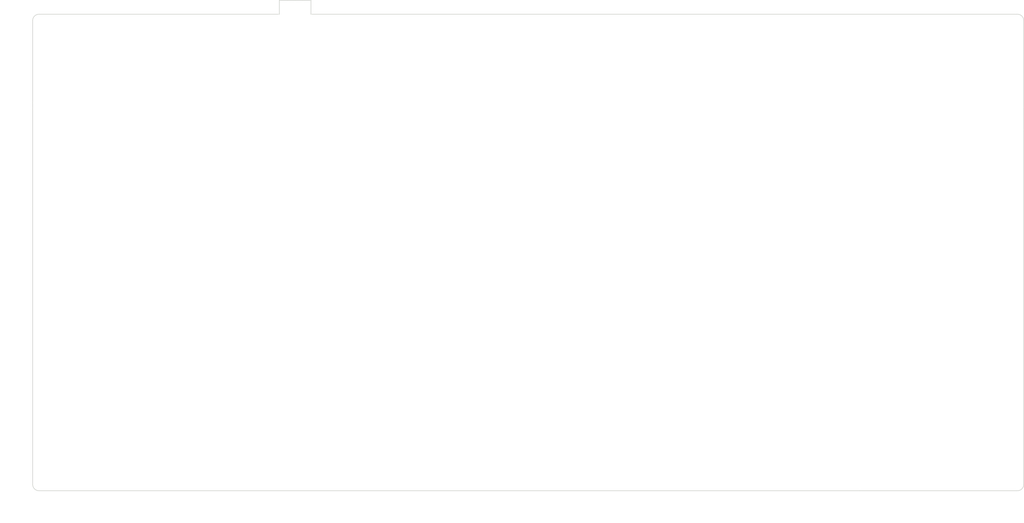
<source format=kicad_pcb>
(kicad_pcb (version 20200724) (host pcbnew "(5.99.0-2421-g2ea5528cd)")

  (general
    (thickness 1.6)
    (drawings 545)
    (tracks 0)
    (modules 0)
    (nets 1)
  )

  (paper "A4")
  (layers
    (0 "F.Cu" signal)
    (31 "B.Cu" signal)
    (32 "B.Adhes" user)
    (33 "F.Adhes" user)
    (34 "B.Paste" user)
    (35 "F.Paste" user)
    (36 "B.SilkS" user)
    (37 "F.SilkS" user)
    (38 "B.Mask" user)
    (39 "F.Mask" user)
    (40 "Dwgs.User" user)
    (41 "Cmts.User" user)
    (42 "Eco1.User" user)
    (43 "Eco2.User" user)
    (44 "Edge.Cuts" user)
    (45 "Margin" user)
    (46 "B.CrtYd" user)
    (47 "F.CrtYd" user)
    (48 "B.Fab" user)
    (49 "F.Fab" user)
  )

  (setup
    (pcbplotparams
      (layerselection 0x010fc_ffffffff)
      (usegerberextensions false)
      (usegerberattributes true)
      (usegerberadvancedattributes true)
      (creategerberjobfile true)
      (svguseinch false)
      (svgprecision 6)
      (excludeedgelayer true)
      (linewidth 0.100000)
      (plotframeref false)
      (viasonmask false)
      (mode 1)
      (useauxorigin false)
      (hpglpennumber 1)
      (hpglpenspeed 20)
      (hpglpendiameter 15.000000)
      (psnegative false)
      (psa4output false)
      (plotreference true)
      (plotvalue true)
      (plotinvisibletext false)
      (sketchpadsonfab false)
      (subtractmaskfromsilk false)
      (outputformat 1)
      (mirror false)
      (drillshape 1)
      (scaleselection 1)
      (outputdirectory "")
    )
  )

  (net 0 "")

  (gr_line (start 61.6038 18.5297) (end 75.6031 18.5297) (layer "Dwgs.User") (width 0.2) (tstamp 00d24540-6719-4c0a-a3e0-8a4bf8782284))
  (gr_circle (center 37.646268 125.540573) (end 39.646268 125.540573) (layer "Dwgs.User") (width 0.2) (tstamp 01360488-7630-4902-a7dc-17cc0b449f42))
  (gr_line (start 75.8899 56.341) (end 75.8899 42.3418) (layer "Dwgs.User") (width 0.2) (tstamp 01949356-7e9d-446e-af34-6cec2ae25cfe))
  (gr_circle (center 130.515268 25.528093) (end 132.515268 25.528093) (layer "Dwgs.User") (width 0.2) (tstamp 02608aae-1806-4b59-8c9d-2f6198bf07a1))
  (gr_line (start 253.3416 47.0422) (end 251.8156 47.0422) (layer "Dwgs.User") (width 0.2) (tstamp 02739859-dfa3-4979-aa66-a84931981ac0))
  (gr_line (start 6.8336 118.5417) (end 27.9781 118.5417) (layer "Dwgs.User") (width 0.2) (tstamp 0303caa9-686d-4b19-b3fc-46dfc8873846))
  (gr_line (start 236.2906 51.642) (end 237.8166 51.642) (layer "Dwgs.User") (width 0.2) (tstamp 032dc203-0ab3-49cb-a83f-205ca6e46b43))
  (gr_line (start 66.3663 75.391) (end 66.3663 61.3918) (layer "Dwgs.User") (width 0.2) (tstamp 03dac615-3757-458e-b620-afbe18d7efac))
  (gr_line (start 234.5656 56.111) (end 236.2906 56.111) (layer "Dwgs.User") (width 0.2) (tstamp 04ab059c-83c2-4b85-9c10-d5cc49896194))
  (gr_line (start 253.3416 43.8121) (end 253.3416 47.0422) (layer "Dwgs.User") (width 0.2) (tstamp 04c67dca-bcb8-4c45-a6f1-d49030b33669))
  (gr_line (start 257.4886 69.3914) (end 257.4886 62.6417) (layer "Dwgs.User") (width 0.2) (tstamp 056d8c14-9bc3-4ad8-850c-4761c5651fe1))
  (gr_circle (center 120.990268 49.340393) (end 122.990268 49.340393) (layer "Dwgs.User") (width 0.2) (tstamp 057e3387-3be0-4910-984c-fdbd1e0bde3d))
  (gr_line (start 258.9596 84.916) (end 258.9596 70.9168) (layer "Dwgs.User") (width 0.2) (tstamp 06bc9e55-7bf4-48d3-86eb-760bb5c12823))
  (gr_line (start 271.1536 123.3042) (end 285.1536 123.3042) (layer "Dwgs.User") (width 0.2) (tstamp 06f9b82a-7320-4048-b1bc-e9f68d66faa5))
  (gr_line (start 190.1916 42.3418) (end 204.1906 42.3418) (layer "Dwgs.User") (width 0.2) (tstamp 06ff7ad1-00fb-46e3-a611-47c6cc0d6035))
  (gr_circle (center -9.978822 125.540573) (end -7.978822 125.540573) (layer "Dwgs.User") (width 0.2) (tstamp 072d9d90-852e-45e3-9a30-5b037ebec921))
  (gr_line (start 157.4336 133.51132) (end 160.7406 133.51132) (layer "Dwgs.User") (width 0.2) (tstamp 0899b1fc-53e2-4273-9619-c0b1d1dcd867))
  (gr_line (start 118.4656 18.5297) (end 118.4656 32.5287) (layer "Dwgs.User") (width 0.2) (tstamp 08b36b12-933f-4651-bfaf-b3f35f00c0e6))
  (gr_line (start 89.8906 56.341) (end 75.8899 56.341) (layer "Dwgs.User") (width 0.2) (tstamp 08d3b4f9-f423-4b9a-be19-fd2dc317450b))
  (gr_line (start 218.4786 132.54118) (end 204.4786 132.54118) (layer "Dwgs.User") (width 0.2) (tstamp 08ee8e01-a30d-4dbe-8476-9dc22a8ffaca))
  (gr_line (start 99.7036 99.4918) (end 113.7036 99.4918) (layer "Dwgs.User") (width 0.2) (tstamp 08fb2347-9ac6-4a65-b93d-ebdcebe50ef7))
  (gr_line (start 48.1651 120.012) (end 44.6469 120.012) (layer "Dwgs.User") (width 0.2) (tstamp 0925cd06-c08b-4c7e-becf-4380b9181216))
  (gr_circle (center 225.765268 68.390393) (end 227.765268 68.390393) (layer "Dwgs.User") (width 0.2) (tstamp 09faac29-8389-4fc4-94e0-7d00e6854c12))
  (gr_line (start 1.7845 94.441) (end -16.97749 94.441) (layer "Dwgs.User") (width 0.2) (tstamp 0a17499a-fed6-4508-97a6-24cce102ec49))
  (gr_line (start -5.3592 56.341) (end -19.35875 56.341) (layer "Dwgs.User") (width 0.2) (tstamp 0a8a5388-a2c6-489c-8573-054030a6f64d))
  (gr_circle (center 144.802268 106.490593) (end 146.802268 106.490593) (layer "Dwgs.User") (width 0.2) (tstamp 0aa5a2c6-0b5d-46b2-a5ee-2f80cf0f35d1))
  (gr_line (start 113.7036 113.4912) (end 99.7036 113.4912) (layer "Dwgs.User") (width 0.2) (tstamp 0b0fa200-6a14-4ae5-bb9b-3748f4e8597f))
  (gr_line (start 223.2406 42.3418) (end 223.2406 56.341) (layer "Dwgs.User") (width 0.2) (tstamp 0bc41de6-e516-4249-980a-f67ba33cf1f3))
  (gr_line (start -14.59624 75.391) (end -14.59624 61.3918) (layer "Dwgs.User") (width 0.2) (tstamp 0c967a26-16f8-4406-aa78-3bec2910195a))
  (gr_line (start 42.2656 61.3918) (end 42.2656 75.391) (layer "Dwgs.User") (width 0.2) (tstamp 0cf1ba75-193d-4983-8663-496196f45386))
  (gr_line (start 163.2906 126.041) (end 163.2906 123.2422) (layer "Dwgs.User") (width 0.2) (tstamp 0e38e7a9-c56b-4c64-b1b5-763226de4e62))
  (gr_line (start 56.8413 56.341) (end 56.8413 42.3418) (layer "Dwgs.User") (width 0.2) (tstamp 0ec836b1-9a0e-48fa-9013-dc7597de8c68))
  (gr_line (start 258.5336 87.9411) (end 258.5336 85.1422) (layer "Dwgs.User") (width 0.2) (tstamp 0f2fab61-2075-4eda-bd1d-d125a1164c05))
  (gr_line (start 118.4656 61.3918) (end 118.4656 75.391) (layer "Dwgs.User") (width 0.2) (tstamp 0f382c93-1c86-4808-86a7-5d90a3d52001))
  (gr_line (start 23.5038 32.5287) (end 23.5038 18.5297) (layer "Dwgs.User") (width 0.2) (tstamp 0fe0ec09-3991-489f-83b6-bea908ea7bf0))
  (gr_circle (center 25.739968 49.340393) (end 27.739968 49.340393) (layer "Dwgs.User") (width 0.2) (tstamp 1034196a-5682-45fc-9788-9b743a94a42f))
  (gr_circle (center -12.360082 49.340393) (end -10.360082 49.340393) (layer "Dwgs.User") (width 0.2) (tstamp 1036b499-ee9f-4659-9b2b-d5e44679ef3a))
  (gr_line (start 142.5666 61.3918) (end 156.5656 61.3918) (layer "Dwgs.User") (width 0.2) (tstamp 1354f903-9460-4eaf-8050-ee22059e1e5e))
  (gr_circle (center 230.527268 87.440393) (end 232.527268 87.440393) (layer "Dwgs.User") (width 0.2) (tstamp 14734de6-bb9c-4d1f-89ac-714511fabc7b))
  (gr_line (start 61.3156 75.391) (end 47.3163 75.391) (layer "Dwgs.User") (width 0.2) (tstamp 14eba78d-ff56-41a8-a5cd-c78f28708ff4))
  (gr_line (start 32.7406 56.341) (end 18.7413 56.341) (layer "Dwgs.User") (width 0.2) (tstamp 15e6fc0c-16b6-4790-9251-7795494a3639))
  (gr_line (start 155.7086 132.31103) (end 157.4336 132.31103) (layer "Dwgs.User") (width 0.2) (tstamp 168e4198-4078-42f0-9845-eed0c797a11e))
  (gr_line (start 33.0288 80.4418) (end 47.0281 80.4418) (layer "Dwgs.User") (width 0.2) (tstamp 170befe4-1075-4449-9ce7-757ce7fdf122))
  (gr_line (start 289.9156 56.341) (end 275.9166 56.341) (layer "Dwgs.User") (width 0.2) (tstamp 178b5a87-2068-472b-bdc7-1bb2ddc537e9))
  (gr_line (start 104.4666 32.5287) (end 104.4666 18.5297) (layer "Dwgs.User") (width 0.2) (tstamp 17e06a1c-92b5-4367-a53c-f6d2fe7ff28e))
  (gr_line (start 9.2163 75.391) (end 9.2163 61.3918) (layer "Dwgs.User") (width 0.2) (tstamp 18bb0548-fdaa-4746-88c8-9285f62ba6f9))
  (gr_line (start 123.5166 18.5297) (end 137.5156 18.5297) (layer "Dwgs.User") (width 0.2) (tstamp 19689506-a72a-48e6-b89e-b6e508a37749))
  (gr_line (start 289.9156 94.441) (end 275.9166 94.441) (layer "Dwgs.User") (width 0.2) (tstamp 1976ba90-4851-4d0d-86a7-3ea78e075a01))
  (gr_line (start 55.7086 123.2422) (end 55.7086 132.31103) (layer "Dwgs.User") (width 0.2) (tstamp 1b20c40d-7ef1-4cb1-895f-f47427ad7994))
  (gr_line (start 166.3786 94.441) (end 166.3786 80.4418) (layer "Dwgs.User") (width 0.2) (tstamp 1b9934d2-f0c1-48a2-99ba-6eab074a43ea))
  (gr_line (start 189.9036 99.4918) (end 189.9036 113.4912) (layer "Dwgs.User") (width 0.2) (tstamp 1bb23bb7-524c-49c6-8888-70c949df49e5))
  (gr_line (start 85.1286 80.4418) (end 85.1286 94.441) (layer "Dwgs.User") (width 0.2) (tstamp 1bb5dbd1-2e1f-40fb-b8bb-fa5ad0d0de37))
  (gr_circle (center 149.565268 68.390393) (end 151.565268 68.390393) (layer "Dwgs.User") (width 0.2) (tstamp 1bc0d2db-5ed8-4022-8795-5171b96412d1))
  (gr_line (start 289.9156 42.3418) (end 289.9156 56.341) (layer "Dwgs.User") (width 0.2) (tstamp 1bc83f47-06b4-4f99-9b4e-4d2717598b72))
  (gr_line (start 275.9166 94.441) (end 275.9166 80.4418) (layer "Dwgs.User") (width 0.2) (tstamp 1cdd018d-512c-4325-abc7-d3497bade9c8))
  (gr_line (start 27.9781 132.54118) (end 6.8336 132.54118) (layer "Dwgs.User") (width 0.2) (tstamp 1e458c36-1222-4e6d-90ba-0d7f6d876d82))
  (gr_line (start 289.9156 61.3918) (end 289.9156 75.391) (layer "Dwgs.User") (width 0.2) (tstamp 1ee9f154-7a4a-4da8-afce-f06706444bf0))
  (gr_circle (center 251.958718 77.915393) (end 253.958718 77.915393) (layer "Dwgs.User") (width 0.2) (tstamp 1f273111-53a2-46fe-9dda-95ec8890dc6a))
  (gr_circle (center 259.102268 111.253093) (end 261.102268 111.253093) (layer "Dwgs.User") (width 0.2) (tstamp 1f9ca977-339e-403f-8edf-3fb169d7da64))
  (gr_line (start 47.0281 94.441) (end 33.0288 94.441) (layer "Dwgs.User") (width 0.2) (tstamp 1fa7cad1-14b4-49c4-8986-e4ab70087a0f))
  (gr_line (start 237.8166 47.0422) (end 236.2906 47.0422) (layer "Dwgs.User") (width 0.2) (tstamp 1fc22648-faca-4783-8867-ae6af8f64f82))
  (gr_line (start 80.3656 75.391) (end 66.3663 75.391) (layer "Dwgs.User") (width 0.2) (tstamp 206ab3b1-d3ea-42ca-a227-fa31716c7826))
  (gr_line (start 160.7406 133.51132) (end 160.7406 132.31103) (layer "Dwgs.User") (width 0.2) (tstamp 22828bd0-e60a-4100-875d-d62b8047ea11))
  (gr_line (start 42.5538 113.4912) (end 42.5538 99.4918) (layer "Dwgs.User") (width 0.2) (tstamp 23d80fc7-05f0-441c-a2f3-bcc41d6f4086))
  (gr_line (start 162.4666 132.31103) (end 162.4666 126.041) (layer "Dwgs.User") (width 0.2) (tstamp 24af600c-5664-4c22-b076-a7eeeb95c790))
  (gr_line (start 94.9396 56.341) (end 94.9396 42.3418) (layer "Dwgs.User") (width 0.2) (tstamp 25216494-7b12-4acd-8d82-e45303ecc63f))
  (gr_line (start 37.7913 56.341) (end 37.7913 42.3418) (layer "Dwgs.User") (width 0.2) (tstamp 264f5247-c080-4b6f-b3db-fce779461ca8))
  (gr_line (start 123.5166 32.5287) (end 123.5166 18.5297) (layer "Dwgs.User") (width 0.2) (tstamp 285b04eb-1538-4b2c-9195-e78caf1e17d1))
  (gr_circle (center 211.477268 125.540573) (end 213.477268 125.540573) (layer "Dwgs.User") (width 0.2) (tstamp 28811c26-59e8-40c8-a0d1-734e3f1c040c))
  (gr_line (start 266.1036 104.2543) (end 266.1036 118.2537) (layer "Dwgs.User") (width 0.2) (tstamp 28a6f84d-f7c3-4550-ab05-12463c4fa3ba))
  (gr_line (start 147.0406 56.341) (end 133.0416 56.341) (layer "Dwgs.User") (width 0.2) (tstamp 28ef8e52-90d2-4a49-a19a-de86668df801))
  (gr_line (start 180.3786 32.5287) (end 166.3786 32.5287) (layer "Dwgs.User") (width 0.2) (tstamp 291d46ec-92d5-4f5f-8fcd-4aaed9155811))
  (gr_line (start 137.5156 61.3918) (end 137.5156 75.391) (layer "Dwgs.User") (width 0.2) (tstamp 294130b9-443e-42fe-953f-2fa8c1581b11))
  (gr_circle (center 140.040268 49.340393) (end 142.040268 49.340393) (layer "Dwgs.User") (width 0.2) (tstamp 29f05926-4468-42e9-9af8-163a11f31dc9))
  (gr_line (start 185.4286 94.441) (end 185.4286 80.4418) (layer "Dwgs.User") (width 0.2) (tstamp 2a2367db-9a16-4a95-b038-4b67039e7506))
  (gr_line (start -16.97749 80.4418) (end 1.7845 80.4418) (layer "Dwgs.User") (width 0.2) (tstamp 2a2fc034-da1d-4117-aab0-81daad58ef75))
  (gr_line (start 142.2786 94.441) (end 128.2786 94.441) (layer "Dwgs.User") (width 0.2) (tstamp 2a97aade-5282-4b65-99ce-33f9df02396c))
  (gr_circle (center 201.952268 106.490593) (end 203.952268 106.490593) (layer "Dwgs.User") (width 0.2) (tstamp 2abea0ff-14ad-4e04-8fb5-a83cb5c5ea6a))
  (gr_line (start -31.407867 25.528093) (end -12.357867 25.528093) (layer "Dwgs.User") (width 0.2) (tstamp 2b76cd00-4659-4290-aa0e-3f4b3c207dea))
  (gr_line (start 255.9846 94.211) (end 257.7096 94.211) (layer "Dwgs.User") (width 0.2) (tstamp 2d148ff4-8c8e-42ef-9c01-51822f659380))
  (gr_line (start 204.4786 132.54118) (end 204.4786 118.5417) (layer "Dwgs.User") (width 0.2) (tstamp 2d6e3dbd-5b9f-4e6a-a5e6-e667712ec3c5))
  (gr_circle (center 20.977468 87.440393) (end 22.977468 87.440393) (layer "Dwgs.User") (width 0.2) (tstamp 2de6ec0a-f62f-407f-98be-01a6fc0e58ae))
  (gr_line (start 108.9406 42.3418) (end 108.9406 56.341) (layer "Dwgs.User") (width 0.2) (tstamp 2e9d3063-8d0d-42cd-8784-4a24db45adec))
  (gr_line (start 289.9156 113.4912) (end 275.9166 113.4912) (layer "Dwgs.User") (width 0.2) (tstamp 2ebb5aa6-82c1-4ca5-abb2-5bfa1bad4a43))
  (gr_circle (center -5.216382 87.440393) (end -3.216382 87.440393) (layer "Dwgs.User") (width 0.2) (tstamp 2ec122b8-df83-4fa7-9598-0fbd063dac5e))
  (gr_line (start 228.7156 49.8411) (end 229.5416 49.8411) (layer "Dwgs.User") (width 0.2) (tstamp 2ecf412b-68e5-4850-b673-2f54ff81ceb8))
  (gr_line (start 147.3286 94.441) (end 147.3286 80.4418) (layer "Dwgs.User") (width 0.2) (tstamp 2f1b2c2b-b86b-416b-b3e6-2f11f96f7a67))
  (gr_line (start -19.35875 56.341) (end -19.35875 42.3418) (layer "Dwgs.User") (width 0.2) (tstamp 2f6be5f5-cb4f-48ee-b8a8-ff047c3f65b7))
  (gr_line (start 132.7536 113.4912) (end 118.7536 113.4912) (layer "Dwgs.User") (width 0.2) (tstamp 2fcb1fb2-1a7f-4381-a1cb-fdf98ae67c68))
  (gr_line (start 99.4156 75.391) (end 85.4166 75.391) (layer "Dwgs.User") (width 0.2) (tstamp 306b2a19-ecc3-4e2b-88a0-b996570185d9))
  (gr_line (start 162.4666 123.2422) (end 162.4666 120.012) (layer "Dwgs.User") (width 0.2) (tstamp 319976b7-70a4-4fea-8d94-a416c65f4524))
  (gr_line (start 118.4656 32.5287) (end 104.4666 32.5287) (layer "Dwgs.User") (width 0.2) (tstamp 31bd07fb-d6a4-4045-a14d-40b60e75258a))
  (gr_circle (center 130.515268 68.390393) (end 132.515268 68.390393) (layer "Dwgs.User") (width 0.2) (tstamp 32db189a-74df-4ccf-a529-fa4e0c00ba8c))
  (gr_line (start 194.6656 61.3918) (end 194.6656 75.391) (layer "Dwgs.User") (width 0.2) (tstamp 32faa163-af17-4f32-9892-3caa57541dc9))
  (gr_line (start 252.1036 118.2537) (end 252.1036 104.2543) (layer "Dwgs.User") (width 0.2) (tstamp 33b6f50f-3c70-482e-9f12-8c1ff71b997a))
  (gr_line (start 255.0666 57.3112) (end 258.3656 57.3112) (layer "Dwgs.User") (width 0.2) (tstamp 33ed04bc-72f5-44e1-8e55-521320dc2326))
  (gr_line (start 37.5031 32.5287) (end 23.5038 32.5287) (layer "Dwgs.User") (width 0.2) (tstamp 341f87ff-710c-48e5-8196-282cd6f215c0))
  (gr_line (start 55.7086 132.31103) (end 57.4336 132.31103) (layer "Dwgs.User") (width 0.2) (tstamp 342ea6b7-c3ac-4d4c-9f5e-1d3899515f52))
  (gr_line (start 194.6656 75.391) (end 180.6666 75.391) (layer "Dwgs.User") (width 0.2) (tstamp 344f6ea8-2b9b-4909-b6a8-aa6489d5fc65))
  (gr_line (start 33.0288 94.441) (end 33.0288 80.4418) (layer "Dwgs.User") (width 0.2) (tstamp 34560e28-da06-4212-9846-9587b7d4ccc6))
  (gr_circle (center 282.915268 25.528093) (end 284.915268 25.528093) (layer "Dwgs.User") (width 0.2) (tstamp 3489a256-a418-4dba-9b64-bbaf6f0d41d9))
  (gr_circle (center 54.314968 68.390393) (end 56.314968 68.390393) (layer "Dwgs.User") (width 0.2) (tstamp 349864e5-142d-4df0-8932-4477f6783b9a))
  (gr_line (start 166.0906 56.341) (end 152.0916 56.341) (layer "Dwgs.User") (width 0.2) (tstamp 355400ea-33f2-4695-be3c-a1297d612462))
  (gr_line (start 249.6586 84.916) (end 249.6586 85.1422) (layer "Dwgs.User") (width 0.2) (tstamp 357aba79-40d9-400e-8ffe-4c8188d977aa))
  (gr_line (start 266.1036 137.30367) (end 252.1036 137.30367) (layer "Dwgs.User") (width 0.2) (tstamp 35e9004e-12d5-4095-97b5-855fc0885429))
  (gr_line (start 204.4786 80.4418) (end 218.4786 80.4418) (layer "Dwgs.User") (width 0.2) (tstamp 364b588a-c99e-4e4d-ad05-8600d5becb0e))
  (gr_line (start 128.2786 94.441) (end 128.2786 80.4418) (layer "Dwgs.User") (width 0.2) (tstamp 37b5f6d3-574d-487a-a715-bc64790e69fb))
  (gr_line (start 170.8536 99.4918) (end 170.8536 113.4912) (layer "Dwgs.User") (width 0.2) (tstamp 37ba0f6e-098f-49f5-95da-2ab84701e434))
  (gr_line (start 234.5656 57.3112) (end 234.5656 56.111) (layer "Dwgs.User") (width 0.2) (tstamp 37e48e31-63f0-4447-8d58-460b91c10cd0))
  (gr_line (start 244.9586 80.4418) (end 223.5286 80.4418) (layer "Dwgs.User") (width 0.2) (tstamp 385184f4-c5d1-4ec0-948b-fbb5d90a3fd7))
  (gr_circle (center 78.127468 87.440393) (end 80.127468 87.440393) (layer "Dwgs.User") (width 0.2) (tstamp 38b6c532-2436-40c3-8056-58f582a92c9d))
  (gr_line (start 18.4531 113.4912) (end 18.4531 99.4918) (layer "Dwgs.User") (width 0.2) (tstamp 38b8b2d5-2414-4d6b-b366-dd221eb78373))
  (gr_line (start 116.0846 123.2422) (end 116.0846 118.5417) (layer "Dwgs.User") (width 0.2) (tstamp 3928deed-11ae-4524-ab42-3f4263386aa0))
  (gr_line (start -16.97749 94.441) (end -16.97749 80.4418) (layer "Dwgs.User") (width 0.2) (tstamp 39b1232a-f4f8-4a07-af30-8f4b37e786a6))
  (gr_circle (center 197.190268 49.340393) (end 199.190268 49.340393) (layer "Dwgs.User") (width 0.2) (tstamp 3bc87e7c-cd17-452a-9105-d4b7259ed32f))
  (gr_line (start 271.1536 137.30367) (end 271.1536 123.3042) (layer "Dwgs.User") (width 0.2) (tstamp 3c1a705b-695f-4873-b977-8a84c8e656c7))
  (gr_line (start 255.0666 56.111) (end 255.0666 57.3112) (layer "Dwgs.User") (width 0.2) (tstamp 3ce9c7d9-b94d-4328-9a17-adbff5e51358))
  (gr_line (start 30.6476 132.54118) (end 43.1394 132.54118) (layer "Dwgs.User") (width 0.2) (tstamp 3cea47d8-6c1c-4c3a-88de-b285480fbedb))
  (gr_line (start 55.7086 120.012) (end 55.7086 123.2422) (layer "Dwgs.User") (width 0.2) (tstamp 3d20f2cd-bc41-4838-926c-b19c5873ec2b))
  (gr_circle (center 101.938268 125.540573) (end 103.938268 125.540573) (layer "Dwgs.User") (width 0.2) (tstamp 3d6662ba-8dab-4c51-82f9-3fc483d429b1))
  (gr_line (start 80.6536 99.4918) (end 94.6536 99.4918) (layer "Dwgs.User") (width 0.2) (tstamp 3e589af7-25cc-4764-988e-85c9234bdba4))
  (gr_line (start -0.5967 75.391) (end -14.59624 75.391) (layer "Dwgs.User") (width 0.2) (tstamp 3f8406c5-e6c0-41fb-86dc-f2d945d9d44a))
  (gr_line (start 275.9166 75.391) (end 275.9166 61.3918) (layer "Dwgs.User") (width 0.2) (tstamp 3fa1f9b3-0b28-4844-8448-1b57e6ca9065))
  (gr_circle (center -12.360082 25.528093) (end -10.360082 25.528093) (layer "Dwgs.User") (width 0.2) (tstamp 401ab4be-de07-451f-a9ed-f360ac0a7024))
  (gr_line (start 258.9596 70.9168) (end 256.5786 70.9168) (layer "Dwgs.User") (width 0.2) (tstamp 407fb7f7-5604-4266-8cb9-7c8126780d80))
  (gr_circle (center 173.377268 87.440393) (end 175.377268 87.440393) (layer "Dwgs.User") (width 0.2) (tstamp 4089e15f-2959-4dcd-8bc8-461f5e22c359))
  (gr_circle (center 230.527268 25.528093) (end 232.527268 25.528093) (layer "Dwgs.User") (width 0.2) (tstamp 41aaec4b-e719-4592-bdbe-e40f3a1b7876))
  (gr_line (start 242.5786 75.391) (end 244.9586 75.391) (layer "Dwgs.User") (width 0.2) (tstamp 42169a05-86d4-4a08-95f3-1db2d9063568))
  (gr_line (start 289.9156 75.391) (end 275.9166 75.391) (layer "Dwgs.User") (width 0.2) (tstamp 437fee2a-f056-49bf-810a-65c6f1a279ca))
  (gr_line (start 229.5416 47.0422) (end 228.7156 47.0422) (layer "Dwgs.User") (width 0.2) (tstamp 44e33527-721a-40ae-8e40-1b04211a4a14))
  (gr_line (start 127.9906 56.341) (end 113.9916 56.341) (layer "Dwgs.User") (width 0.2) (tstamp 46e0f8f2-8901-49f5-97d4-5fce79df85bb))
  (gr_line (start 249.4346 85.1422) (end 249.4346 84.916) (layer "Dwgs.User") (width 0.2) (tstamp 47264c1e-7f77-46d2-bae0-cff9408083c1))
  (gr_line (start 56.5531 113.4912) (end 42.5538 113.4912) (layer "Dwgs.User") (width 0.2) (tstamp 4746882a-82cd-406c-b827-b680bc603eea))
  (gr_circle (center 59.077468 87.440393) (end 61.077468 87.440393) (layer "Dwgs.User") (width 0.2) (tstamp 4858e615-9cd1-424e-ac68-f741f72c8769))
  (gr_circle (center 68.602468 106.490593) (end 70.602468 106.490593) (layer "Dwgs.User") (width 0.2) (tstamp 4a31303d-45df-4716-81fe-bacd9ba77d75))
  (gr_line (start 194.9536 99.4918) (end 208.9536 99.4918) (layer "Dwgs.User") (width 0.2) (tstamp 4abca91b-46c1-43be-b3a7-81056c433fe3))
  (gr_line (start 28.2663 75.391) (end 28.2663 61.3918) (layer "Dwgs.User") (width 0.2) (tstamp 4ac6d010-95fa-47e5-8734-a0f1c5bff6cd))
  (gr_line (start 275.9166 42.3418) (end 289.9156 42.3418) (layer "Dwgs.User") (width 0.2) (tstamp 4b9438ac-b24a-404a-a10b-92b3d60a471c))
  (gr_line (start 232.1826 94.441) (end 249.4346 94.441) (layer "Dwgs.User") (width 0.2) (tstamp 4c070aa5-cdde-48e3-93ae-d1b8d04ebec9))
  (gr_circle (center 178.140268 49.340393) (end 180.140268 49.340393) (layer "Dwgs.User") (width 0.2) (tstamp 4c6c84d2-a7e3-4b2f-bec6-6cb1ee883332))
  (gr_line (start 289.9156 80.4418) (end 289.9156 94.441) (layer "Dwgs.User") (width 0.2) (tstamp 4d291609-c585-4989-accd-29434d24d3e2))
  (gr_line (start 161.6166 61.3918) (end 175.6156 61.3918) (layer "Dwgs.User") (width 0.2) (tstamp 4d445653-6560-4c1d-a737-e2a4819fe2e3))
  (gr_line (start 252.1036 104.2543) (end 266.1036 104.2543) (layer "Dwgs.User") (width 0.2) (tstamp 4d99c9bc-7eee-4855-9453-e33f7c59e194))
  (gr_line (start 42.5538 99.4918) (end 56.5531 99.4918) (layer "Dwgs.User") (width 0.2) (tstamp 4db8ff04-a8c0-4256-86ca-c011e9652a6a))
  (gr_line (start 180.6666 61.3918) (end 194.6656 61.3918) (layer "Dwgs.User") (width 0.2) (tstamp 4dcddc4b-8c75-4a8e-8739-0bfc30f27bd5))
  (gr_line (start 257.7096 85.1422) (end 257.7096 84.916) (layer "Dwgs.User") (width 0.2) (tstamp 4ea619a7-9ac4-4d04-96ef-fc78ed896aaf))
  (gr_line (start 23.5038 18.5297) (end 37.5031 18.5297) (layer "Dwgs.User") (width 0.2) (tstamp 4f266e0b-4aa5-4bac-a411-72bb8e203fe3))
  (gr_line (start 37.5031 113.4912) (end 23.5038 113.4912) (layer "Dwgs.User") (width 0.2) (tstamp 4f6476b1-72b8-46ed-aa5d-ca2f1f859b7b))
  (gr_line (start 171.1416 56.341) (end 171.1416 42.3418) (layer "Dwgs.User") (width 0.2) (tstamp 4f958936-28a8-4f32-9726-01c1750ce4c2))
  (gr_circle (center 168.615268 68.390393) (end 170.615268 68.390393) (layer "Dwgs.User") (width 0.2) (tstamp 503c566d-7da2-4f28-a70c-9511a09903b8))
  (gr_circle (center 13.832268 125.540573) (end 15.832268 125.540573) (layer "Dwgs.User") (width 0.2) (tstamp 507ebecf-74cf-4eb2-a7e8-23d370b8d144))
  (gr_line (start 289.9156 32.5287) (end 275.9166 32.5287) (layer "Dwgs.User") (width 0.2) (tstamp 5089b2a6-3241-4627-86c1-5928246fffa5))
  (gr_circle (center 192.427268 87.440393) (end 194.427268 87.440393) (layer "Dwgs.User") (width 0.2) (tstamp 50ce2f29-e36f-4133-9582-9ebf34d054c7))
  (gr_line (start 204.4786 94.441) (end 204.4786 80.4418) (layer "Dwgs.User") (width 0.2) (tstamp 519ec2f7-e032-49ac-be7c-545cd1c9b774))
  (gr_line (start 94.6536 113.4912) (end 80.6536 113.4912) (layer "Dwgs.User") (width 0.2) (tstamp 525032dd-b2c8-4f7b-a607-2a14585c20bb))
  (gr_line (start 66.603804 -15.871909) (end 66.603804 -11.471907) (layer "Dwgs.User") (width 0.2) (tstamp 5260ca01-d3aa-4c8e-a3fe-016026be5d33))
  (gr_circle (center -7.597572 68.390393) (end -5.597572 68.390393) (layer "Dwgs.User") (width 0.2) (tstamp 52b7fb56-3f65-4cbf-941d-e33960982db2))
  (gr_line (start 223.5286 94.441) (end 228.8836 94.441) (layer "Dwgs.User") (width 0.2) (tstamp 52e14d19-66d9-4fb1-9dc2-240f7bd6fbee))
  (gr_line (start 156.5656 61.3918) (end 156.5656 75.391) (layer "Dwgs.User") (width 0.2) (tstamp 52e314ff-37d7-4438-81ea-65dbb28ecb80))
  (gr_line (start 156.5656 18.5297) (end 156.5656 32.5287) (layer "Dwgs.User") (width 0.2) (tstamp 52eae3bd-23b7-4c40-882e-93ea37de62b1))
  (gr_line (start 199.7166 61.3918) (end 213.7156 61.3918) (layer "Dwgs.User") (width 0.2) (tstamp 52f39d6a-db6f-4689-b49a-61a756536ed5))
  (gr_line (start 162.4666 126.041) (end 163.2906 126.041) (layer "Dwgs.User") (width 0.2) (tstamp 537b866a-2b2b-4882-bea3-9c08654f27a8))
  (gr_line (start 208.9536 113.4912) (end 194.9536 113.4912) (layer "Dwgs.User") (width 0.2) (tstamp 5412a370-e93e-486b-a16c-129f1fb620b7))
  (gr_line (start 231.2646 56.111) (end 231.2646 57.3112) (layer "Dwgs.User") (width 0.2) (tstamp 54b43b19-5059-4692-bce5-c7e04b9cabac))
  (gr_line (start 152.0916 42.3418) (end 166.0906 42.3418) (layer "Dwgs.User") (width 0.2) (tstamp 555f95c6-5365-4799-8038-87394fc4f158))
  (gr_line (start 44.6469 118.5417) (end 30.6476 118.5417) (layer "Dwgs.User") (width 0.2) (tstamp 556ca85e-878e-4a90-ae56-2984aa1bfbf1))
  (gr_line (start 249.4346 93.1911) (end 250.9586 93.1911) (layer "Dwgs.User") (width 0.2) (tstamp 55fa27d3-3292-4fbe-b3e4-71b138d8ee6f))
  (gr_line (start 161.6166 75.391) (end 161.6166 61.3918) (layer "Dwgs.User") (width 0.2) (tstamp 56ab7f66-855b-4d28-8cab-75853241d33e))
  (gr_line (start 13.0968 113.4912) (end 18.4531 113.4912) (layer "Dwgs.User") (width 0.2) (tstamp 5779a17f-7b74-4506-95d1-552fa5f1472b))
  (gr_line (start 166.3786 80.4418) (end 180.3786 80.4418) (layer "Dwgs.User") (width 0.2) (tstamp 5790d455-6490-44a5-89d9-c5e4874c6fa5))
  (gr_line (start 94.9396 118.5417) (end 94.9396 123.2422) (layer "Dwgs.User") (width 0.2) (tstamp 579a3909-6857-45f1-b4ca-02d82cc977aa))
  (gr_line (start 142.2786 80.4418) (end 142.2786 94.441) (layer "Dwgs.User") (width 0.2) (tstamp 5829bfdf-65e6-485a-a4a1-35b37f51193f))
  (gr_line (start 275.9166 56.341) (end 275.9166 42.3418) (layer "Dwgs.User") (width 0.2) (tstamp 595493e9-df7f-4370-89e5-bbd30c656501))
  (gr_line (start 232.1826 95.4112) (end 232.1826 94.441) (layer "Dwgs.User") (width 0.2) (tstamp 59563fa4-28b2-4475-9fe4-4b3cca333119))
  (gr_line (start 244.9586 75.391) (end 244.9586 80.4418) (layer "Dwgs.User") (width 0.2) (tstamp 5977fdd0-b8df-42a6-b2ca-5ca407c50c97))
  (gr_line (start 253.3416 51.642) (end 253.3416 56.111) (layer "Dwgs.User") (width 0.2) (tstamp 597bb8d3-67a8-46fe-a875-71592d171e36))
  (gr_line (start 257.4886 62.6417) (end 256.5786 62.6417) (layer "Dwgs.User") (width 0.2) (tstamp 5a7cbf27-7f7f-4670-94c9-62ddf56da3e5))
  (gr_line (start 18.4531 18.5297) (end 18.4531 32.5287) (layer "Dwgs.User") (width 0.2) (tstamp 5a939f30-db4b-4885-a4ba-703d8d65f8e6))
  (gr_line (start 9.7964 114.4613) (end 13.0968 114.4613) (layer "Dwgs.User") (width 0.2) (tstamp 5b0de493-bcfc-4fdc-a49d-084208acac2c))
  (gr_line (start 247.3416 18.5297) (end 261.3406 18.5297) (layer "Dwgs.User") (width 0.2) (tstamp 5c807b35-b7a4-4ea3-bae5-8b3bec7829d0))
  (gr_line (start 199.4286 80.4418) (end 199.4286 94.441) (layer "Dwgs.User") (width 0.2) (tstamp 5ca58fe9-9e93-49cc-9c85-5a883706179d))
  (gr_line (start 255.9846 95.4112) (end 255.9846 94.211) (layer "Dwgs.User") (width 0.2) (tstamp 5d19d73e-aa6c-4d11-8a15-35df7e4829a8))
  (gr_line (start 256.5786 70.9168) (end 256.5786 69.3914) (layer "Dwgs.User") (width 0.2) (tstamp 5df8a985-82d1-4e69-b542-4ca7322121a9))
  (gr_line (start 13.6906 56.341) (end -0.3087 56.341) (layer "Dwgs.User") (width 0.2) (tstamp 5e8cfba3-b92d-447b-b1de-cf2dcf7df3ac))
  (gr_line (start 218.4786 80.4418) (end 218.4786 94.441) (layer "Dwgs.User") (width 0.2) (tstamp 5ef99727-d818-4697-86af-131968371e81))
  (gr_circle (center -9.978822 106.490593) (end -7.978822 106.490593) (layer "Dwgs.User") (width 0.2) (tstamp 5f1f3bc7-67af-47c4-8812-0d0fb808a234))
  (gr_line (start 228.7156 47.0422) (end 228.7156 49.8411) (layer "Dwgs.User") (width 0.2) (tstamp 5fcbb5d8-f4de-405d-9d78-fea92633e715))
  (gr_line (start 252.6836 95.4112) (end 255.9846 95.4112) (layer "Dwgs.User") (width 0.2) (tstamp 5fef6627-f976-4b51-871f-25b27cfc8ed8))
  (gr_circle (center 11.452218 106.490593) (end 13.452218 106.490593) (layer "Dwgs.User") (width 0.2) (tstamp 5ff813f1-4ad1-4a17-992c-abfbe46c0bca))
  (gr_line (start 162.4666 120.012) (end 155.7086 120.012) (layer "Dwgs.User") (width 0.2) (tstamp 600dc0f6-9e7d-45fa-b8af-4eecc00e9e7f))
  (gr_line (start 260.9166 47.0422) (end 260.0906 47.0422) (layer "Dwgs.User") (width 0.2) (tstamp 6038acbb-250b-43ea-9c77-d1c2ba94db8f))
  (gr_line (start 123.5166 61.3918) (end 137.5156 61.3918) (layer "Dwgs.User") (width 0.2) (tstamp 60b97b3e-8f82-457c-8730-1aeed6613790))
  (gr_circle (center 282.915268 49.340393) (end 284.915268 49.340393) (layer "Dwgs.User") (width 0.2) (tstamp 60bee583-de37-49a3-82ec-d260b46d6929))
  (gr_line (start -0.3087 42.3418) (end 13.6906 42.3418) (layer "Dwgs.User") (width 0.2) (tstamp 60ea12fc-3c89-4ca9-9e6f-50342970c20c))
  (gr_line (start 9.7964 113.4912) (end 9.7964 114.4613) (layer "Dwgs.User") (width 0.2) (tstamp 614ebf26-fddf-472a-bb73-2636134b8848))
  (gr_line (start 51.7906 56.341) (end 37.7913 56.341) (layer "Dwgs.User") (width 0.2) (tstamp 619c9cd3-0a3d-4548-a473-0d45d86b6214))
  (gr_line (start 94.9396 132.54118) (end 116.0846 132.54118) (layer "Dwgs.User") (width 0.2) (tstamp 62073908-816e-4c0b-9e59-ed60ec3e0286))
  (gr_circle (center 30.502468 25.528093) (end 32.502468 25.528093) (layer "Dwgs.User") (width 0.2) (tstamp 62dcbd12-4e8f-480d-8fe0-0d1893b1847f))
  (gr_line (start 18.4531 32.5287) (end 4.4538 32.5287) (layer "Dwgs.User") (width 0.2) (tstamp 6348d2ed-c6ca-460c-aa5c-fab195b39d08))
  (gr_circle (center 278.152268 130.303063) (end 280.152268 130.303063) (layer "Dwgs.User") (width 0.2) (tstamp 63d03e9c-24a2-4835-8179-6d0ec9fd984d))
  (gr_line (start 51.7906 42.3418) (end 51.7906 56.341) (layer "Dwgs.User") (width 0.2) (tstamp 64cd8af2-68c1-48e6-92f5-657e85c55da1))
  (gr_line (start 160.7406 132.31103) (end 162.4666 132.31103) (layer "Dwgs.User") (width 0.2) (tstamp 6536b214-2b6e-47e7-9602-c8fd7e55309a))
  (gr_line (start 166.3786 18.5297) (end 180.3786 18.5297) (layer "Dwgs.User") (width 0.2) (tstamp 654a481f-19a8-467b-9f05-db0bf5e4a80e))
  (gr_line (start 46.4397 132.31103) (end 48.1651 132.31103) (layer "Dwgs.User") (width 0.2) (tstamp 65d4278b-cd1b-42e6-bda7-443a8df72c8e))
  (gr_line (start 155.7086 120.012) (end 155.7086 123.2422) (layer "Dwgs.User") (width 0.2) (tstamp 65d9d6e0-3d74-49da-8330-fac78fb45389))
  (gr_line (start 85.1286 94.441) (end 71.1288 94.441) (layer "Dwgs.User") (width 0.2) (tstamp 664cc56b-e561-43f1-acaf-957e08304b57))
  (gr_line (start 228.8836 95.4112) (end 232.1826 95.4112) (layer "Dwgs.User") (width 0.2) (tstamp 66d0c056-06f9-407a-bba0-d12860b4a3fd))
  (gr_line (start 231.2646 57.3112) (end 234.5656 57.3112) (layer "Dwgs.User") (width 0.2) (tstamp 682b46db-738d-4ab2-8fc0-8cb38f352aa3))
  (gr_line (start 249.6586 85.1422) (end 249.4346 85.1422) (layer "Dwgs.User") (width 0.2) (tstamp 69df309f-f6a9-4408-9117-4f08cc855daf))
  (gr_line (start 232.7656 75.391) (end 218.7666 75.391) (layer "Dwgs.User") (width 0.2) (tstamp 6a25f6a6-3dd2-4279-a5c9-6f7d66d353fb))
  (gr_circle (center 187.665268 68.390393) (end 189.665268 68.390393) (layer "Dwgs.User") (width 0.2) (tstamp 6ae5f446-d017-4cd2-bb2f-fa302a0d285c))
  (gr_line (start 289.9156 18.5297) (end 289.9156 32.5287) (layer "Dwgs.User") (width 0.2) (tstamp 6b038fe9-6a23-4c22-a7f4-09ab3a46d7e6))
  (gr_circle (center 240.052268 130.303063) (end 242.052268 130.303063) (layer "Dwgs.User") (width 0.2) (tstamp 6c7712f8-f194-4ed3-ace5-850cf138f842))
  (gr_line (start 171.1416 42.3418) (end 185.1406 42.3418) (layer "Dwgs.User") (width 0.2) (tstamp 6d3e2ca4-dfbc-4fee-af57-1da41cf8ce5d))
  (gr_line (start 170.8536 113.4912) (end 156.8536 113.4912) (layer "Dwgs.User") (width 0.2) (tstamp 6d3e7e4b-9911-4e7b-939d-89ff5da5ed5b))
  (gr_line (start -16.97749 118.5417) (end -0.5967 118.5417) (layer "Dwgs.User") (width 0.2) (tstamp 6d7c75ce-c994-4226-9d10-598dbe8733c1))
  (gr_line (start 137.5156 18.5297) (end 137.5156 32.5287) (layer "Dwgs.User") (width 0.2) (tstamp 6db125cd-58e1-4f53-b00b-b44f119ebccd))
  (gr_circle (center 149.565268 25.528093) (end 151.565268 25.528093) (layer "Dwgs.User") (width 0.2) (tstamp 6e120995-2a9b-4ae4-a2e0-4077369cb609))
  (gr_circle (center 254.340268 25.528093) (end 256.340268 25.528093) (layer "Dwgs.User") (width 0.2) (tstamp 6e32fd90-8e93-49ac-ac28-dc814ce350c8))
  (gr_line (start 32.7406 42.3418) (end 32.7406 56.341) (layer "Dwgs.User") (width 0.2) (tstamp 6e7ca9fc-cb50-4002-abe9-60e479bc085d))
  (gr_circle (center 16.214968 68.390393) (end 18.214968 68.390393) (layer "Dwgs.User") (width 0.2) (tstamp 6ec69ab5-4bd6-4294-a61b-4979732a8c20))
  (gr_line (start 218.4786 94.441) (end 204.4786 94.441) (layer "Dwgs.User") (width 0.2) (tstamp 6f2beded-e707-4ac5-af76-48cbf9536ec0))
  (gr_line (start 189.9036 132.54118) (end 175.9036 132.54118) (layer "Dwgs.User") (width 0.2) (tstamp 6fca332b-8277-46b9-9b23-279af0c4c444))
  (gr_circle (center 211.477268 87.440393) (end 213.477268 87.440393) (layer "Dwgs.User") (width 0.2) (tstamp 7015803e-d0b1-4dea-931d-a06b0a8366ff))
  (gr_circle (center 40.027468 87.440393) (end 42.027468 87.440393) (layer "Dwgs.User") (width 0.2) (tstamp 70221755-b304-42b6-9716-00f0dff35fa1))
  (gr_circle (center 49.552468 25.528093) (end 51.552468 25.528093) (layer "Dwgs.User") (width 0.2) (tstamp 7034850b-c7a9-4b12-8fee-8b25c789448b))
  (gr_circle (center -9.978822 87.440393) (end -7.978822 87.440393) (layer "Dwgs.User") (width 0.2) (tstamp 7219782d-22d2-43c8-837b-74d8e97086af))
  (gr_circle (center 63.839968 49.340393) (end 65.839968 49.340393) (layer "Dwgs.User") (width 0.2) (tstamp 72ec86c6-3766-46b0-8f0c-5f8c20cbd5f3))
  (gr_line (start -5.3592 32.5287) (end -19.35875 32.5287) (layer "Dwgs.User") (width 0.2) (tstamp 73714eb3-d59b-4e18-be24-256a2aad8833))
  (gr_line (start 258.5336 85.1422) (end 257.7096 85.1422) (layer "Dwgs.User") (width 0.2) (tstamp 737a3169-019a-462b-be86-f92c8606ced2))
  (gr_line (start 94.6536 99.4918) (end 94.6536 113.4912) (layer "Dwgs.User") (width 0.2) (tstamp 737c8ce5-a120-427f-a344-24c711bfde27))
  (gr_line (start 90.1786 94.441) (end 90.1786 80.4418) (layer "Dwgs.User") (width 0.2) (tstamp 743c8fbc-0e99-4aa2-be41-81070bc504f1))
  (gr_line (start 99.4156 18.5297) (end 99.4156 32.5287) (layer "Dwgs.User") (width 0.2) (tstamp 74dfb30e-b671-4cb2-b3ea-90dde73c1441))
  (gr_line (start 275.9166 32.5287) (end 275.9166 18.5297) (layer "Dwgs.User") (width 0.2) (tstamp 759c99c9-ecce-4a9d-9bb4-d415589a661e))
  (gr_line (start -16.97749 132.54118) (end -16.97749 118.5417) (layer "Dwgs.User") (width 0.2) (tstamp 75edda46-2b2c-4dba-82dc-89801e359008))
  (gr_line (start 247.3416 32.5287) (end 247.3416 18.5297) (layer "Dwgs.User") (width 0.2) (tstamp 7652f333-4e89-438c-a705-99645406e9fd))
  (gr_line (start 4.4538 32.5287) (end 4.4538 18.5297) (layer "Dwgs.User") (width 0.2) (tstamp 76f697ec-bd40-460f-89ba-e9b293339806))
  (gr_line (start 137.5156 32.5287) (end 123.5166 32.5287) (layer "Dwgs.User") (width 0.2) (tstamp 7726cb09-4c9a-459c-af98-7d438496b03f))
  (gr_line (start 180.6666 75.391) (end 180.6666 61.3918) (layer "Dwgs.User") (width 0.2) (tstamp 77ef8a69-4a75-4ee8-b7da-68e81982078d))
  (gr_line (start 247.0536 137.30367) (end 233.0536 137.30367) (layer "Dwgs.User") (width 0.2) (tstamp 78df014c-7140-4fb2-8875-fa77a7932aff))
  (gr_line (start 43.1394 132.54118) (end 43.1394 133.51132) (layer "Dwgs.User") (width 0.2) (tstamp 794b228e-9527-438b-92b1-5e6ce7d24776))
  (gr_line (start 249.4346 84.916) (end 249.6586 84.916) (layer "Dwgs.User") (width 0.2) (tstamp 7a7325d5-d399-43a1-8960-a45657179941))
  (gr_line (start 258.3656 56.111) (end 260.0906 56.111) (layer "Dwgs.User") (width 0.2) (tstamp 7b01dbe0-c36c-46a3-bf82-5968a2753fdd))
  (gr_line (start -14.00231 113.4912) (end -14.00231 114.4613) (layer "Dwgs.User") (width 0.2) (tstamp 7b895673-2c61-419e-9e63-d38a09a26f42))
  (gr_line (start 251.8156 42.3418) (end 237.8166 42.3418) (layer "Dwgs.User") (width 0.2) (tstamp 7c540aeb-c60a-4c6b-b07d-e4c22594e61e))
  (gr_line (start 108.9406 56.341) (end 94.9396 56.341) (layer "Dwgs.User") (width 0.2) (tstamp 7c5683ec-ad47-4629-a531-9cabd296792c))
  (gr_line (start 56.5531 18.5297) (end 56.5531 32.5287) (layer "Dwgs.User") (width 0.2) (tstamp 7c5fe1af-d2df-4796-9f94-62d452c319a5))
  (gr_line (start 151.8036 113.4912) (end 137.8036 113.4912) (layer "Dwgs.User") (width 0.2) (tstamp 7c70ca8a-09e6-44a5-8478-07fe53a1493f))
  (gr_line (start 57.4336 132.31103) (end 57.4336 133.51132) (layer "Dwgs.User") (width 0.2) (tstamp 7cf50551-c595-4132-b72c-69ab665dcece))
  (gr_circle (center 159.090268 49.340393) (end 161.090268 49.340393) (layer "Dwgs.User") (width 0.2) (tstamp 7d33fcf5-5022-4311-a597-a0c991c49be0))
  (gr_line (start 152.0916 56.341) (end 152.0916 42.3418) (layer "Dwgs.User") (width 0.2) (tstamp 7d634a51-7e97-443c-a2ed-9b214dea2961))
  (gr_line (start 233.0536 123.3042) (end 247.0536 123.3042) (layer "Dwgs.User") (width 0.2) (tstamp 7e724adf-b3ed-4869-9f6b-91d35835039e))
  (gr_line (start 147.3286 80.4418) (end 161.3286 80.4418) (layer "Dwgs.User") (width 0.2) (tstamp 7e8af587-15a1-4c07-b59d-24d593b6b790))
  (gr_line (start 1.7845 80.4418) (end 1.7845 94.441) (layer "Dwgs.User") (width 0.2) (tstamp 7f074b97-340e-4d4f-84e8-565a1f3ea4db))
  (gr_circle (center 259.102268 130.303063) (end 261.102268 130.303063) (layer "Dwgs.User") (width 0.2) (tstamp 7fa5c1df-ff90-4bf9-83da-c2d825fec7be))
  (gr_line (start 199.7166 75.391) (end 199.7166 61.3918) (layer "Dwgs.User") (width 0.2) (tstamp 80ebcc62-2e2e-4f5f-adae-bc23b6d9e60e))
  (gr_circle (center 49.552468 106.490593) (end 51.552468 106.490593) (layer "Dwgs.User") (width 0.2) (tstamp 817ee725-b247-4692-98be-12a4987882fc))
  (gr_line (start 137.8036 113.4912) (end 137.8036 99.4918) (layer "Dwgs.User") (width 0.2) (tstamp 81a9ea2e-b1aa-42bc-9827-9df647a06280))
  (gr_line (start 118.7536 113.4912) (end 118.7536 99.4918) (layer "Dwgs.User") (width 0.2) (tstamp 824df673-8cb7-48fe-8e68-5d204f1b083b))
  (gr_line (start 47.3163 75.391) (end 47.3163 61.3918) (layer "Dwgs.User") (width 0.2) (tstamp 82ca7a29-924a-4677-b7e5-4d09039221eb))
  (gr_line (start 261.3406 18.5297) (end 261.3406 32.5287) (layer "Dwgs.User") (width 0.2) (tstamp 82fdac66-8722-451f-a16f-3634471a19fd))
  (gr_line (start 204.1906 42.3418) (end 204.1906 56.341) (layer "Dwgs.User") (width 0.2) (tstamp 831248d0-f21d-4b90-8a85-8caca4476eeb))
  (gr_line (start 235.1466 113.4912) (end 221.1476 113.4912) (layer "Dwgs.User") (width 0.2) (tstamp 83aa3132-60af-4180-ae94-86e1702a70f1))
  (gr_line (start 6.8336 132.54118) (end 6.8336 118.5417) (layer "Dwgs.User") (width 0.2) (tstamp 845a5212-0ef8-469b-a3ba-e23f5832e3b1))
  (gr_line (start 62.4597 120.012) (end 55.7086 120.012) (layer "Dwgs.User") (width 0.2) (tstamp 84ae245a-b08b-42dd-bb0c-6fb9a6133179))
  (gr_line (start 116.0846 118.5417) (end 94.9396 118.5417) (layer "Dwgs.User") (width 0.2) (tstamp 85066703-54cf-4d9c-8714-c665a2899f59))
  (gr_line (start 60.7342 133.51132) (end 60.7342 132.31103) (layer "Dwgs.User") (width 0.2) (tstamp 856d4dca-2c9f-43c2-a706-64f72ff2e12a))
  (gr_line (start 250.9586 93.1911) (end 250.9586 94.211) (layer "Dwgs.User") (width 0.2) (tstamp 860f36b8-a671-4a65-aae6-ce3c666720ed))
  (gr_line (start 252.6836 94.211) (end 252.6836 95.4112) (layer "Dwgs.User") (width 0.2) (tstamp 867779b3-fa3a-42b6-a0eb-40ad1313dcc9))
  (gr_line (start 233.0536 137.30367) (end 233.0536 123.3042) (layer "Dwgs.User") (width 0.2) (tstamp 87e44ed2-2d61-430f-bcbc-ce0599accce8))
  (gr_circle (center 282.915268 106.490593) (end 284.915268 106.490593) (layer "Dwgs.User") (width 0.2) (tstamp 88351b72-30e1-46b0-a323-5c6be4fe67c8))
  (gr_line (start 199.4286 94.441) (end 185.4286 94.441) (layer "Dwgs.User") (width 0.2) (tstamp 888ec8ad-84e5-4d38-99a5-704c88898ee5))
  (gr_line (start -19.35875 42.3418) (end -5.3592 42.3418) (layer "Dwgs.User") (width 0.2) (tstamp 8915f179-e320-4c62-acc8-c8bc61c1e673))
  (gr_circle (center 182.902268 106.490593) (end 184.902268 106.490593) (layer "Dwgs.User") (width 0.2) (tstamp 899ffe06-0743-4e6a-8439-4be8b5afda9c))
  (gr_line (start 46.4397 133.51132) (end 46.4397 132.31103) (layer "Dwgs.User") (width 0.2) (tstamp 8a08e52f-444c-4ce8-83e1-f47e82db953b))
  (gr_line (start 61.6038 113.4912) (end 61.6038 99.4918) (layer "Dwgs.User") (width 0.2) (tstamp 8a4ff950-6b61-4de6-84ec-f856129a15d8))
  (gr_line (start 123.2286 80.4418) (end 123.2286 94.441) (layer "Dwgs.User") (width 0.2) (tstamp 8ab330e4-bfb9-44e8-811a-f28c5dc131bb))
  (gr_line (start 175.9036 118.5417) (end 189.9036 118.5417) (layer "Dwgs.User") (width 0.2) (tstamp 8c0175fb-980b-4b73-ad15-45b1cedf758a))
  (gr_line (start 75.6031 32.5287) (end 61.6038 32.5287) (layer "Dwgs.User") (width 0.2) (tstamp 8c4a228f-102f-4f10-b37a-fa9423da648c))
  (gr_circle (center 228.146268 106.490593) (end 230.146268 106.490593) (layer "Dwgs.User") (width 0.2) (tstamp 8c4d6b45-d505-4083-bfff-0a150c71b2e8))
  (gr_circle (center -0.454082 106.490493) (end 1.545918 106.490493) (layer "Dwgs.User") (width 0.2) (tstamp 8c875e7f-0d53-4747-8436-d2183e0db35e))
  (gr_line (start 252.1036 137.30367) (end 252.1036 123.3042) (layer "Dwgs.User") (width 0.2) (tstamp 8da285df-6f3d-423b-89df-7285eb9283d9))
  (gr_line (start 223.5286 32.5287) (end 223.5286 18.5297) (layer "Dwgs.User") (width 0.2) (tstamp 8db31a22-1cb3-4fac-a3a7-42a23f9393d1))
  (gr_line (start 104.1786 80.4418) (end 104.1786 94.441) (layer "Dwgs.User") (width 0.2) (tstamp 8e445fb6-6a02-45ba-b9d2-55f668f34544))
  (gr_line (start 151.8036 99.4918) (end 151.8036 113.4912) (layer "Dwgs.User") (width 0.2) (tstamp 8ecfe9d7-e578-4d6c-a207-d8347a85ea5b))
  (gr_line (start 66.0781 94.441) (end 52.0788 94.441) (layer "Dwgs.User") (width 0.2) (tstamp 8ed2185f-1551-4630-9e5c-c92b2c81a1dc))
  (gr_line (start 251.8156 47.0422) (end 251.8156 42.3418) (layer "Dwgs.User") (width 0.2) (tstamp 8f6178b9-7a28-4ff8-bdf8-ac5b052202db))
  (gr_line (start 242.5786 61.3918) (end 242.5786 75.391) (layer "Dwgs.User") (width 0.2) (tstamp 8f69eacb-d5f5-4d79-b7b6-7d3de36e6460))
  (gr_line (start 213.7156 61.3918) (end 213.7156 75.391) (layer "Dwgs.User") (width 0.2) (tstamp 8fe46338-bf04-4c90-83a0-76d87e0a4699))
  (gr_line (start 37.7913 42.3418) (end 51.7906 42.3418) (layer "Dwgs.User") (width 0.2) (tstamp 8ffe6dc3-aab3-4a63-8d60-bc0e508fde5d))
  (gr_line (start 27.9781 80.4418) (end 27.9781 94.441) (layer "Dwgs.User") (width 0.2) (tstamp 900466f9-48ab-43e0-abea-47af0e28de7b))
  (gr_line (start 18.7413 42.3418) (end 32.7406 42.3418) (layer "Dwgs.User") (width 0.2) (tstamp 905bb9d6-602b-4048-8075-0e6526e401e5))
  (gr_line (start 56.5531 32.5287) (end 42.5538 32.5287) (layer "Dwgs.User") (width 0.2) (tstamp 907c2c10-ef51-47fa-903e-15eb650b7566))
  (gr_circle (center -7.597582 125.540573) (end -5.597582 125.540573) (layer "Dwgs.User") (width 0.2) (tstamp 91ec8c1a-5bdf-4af1-89eb-9612e928b3e6))
  (gr_line (start 90.1786 80.4418) (end 104.1786 80.4418) (layer "Dwgs.User") (width 0.2) (tstamp 92c0f0cd-19dd-4f8d-9330-1d48afe881ed))
  (gr_line (start 258.3656 57.3112) (end 258.3656 56.111) (layer "Dwgs.User") (width 0.2) (tstamp 93bc0616-3008-4ef7-815f-1ce70b45a745))
  (gr_line (start 48.1651 132.31103) (end 48.1651 123.2422) (layer "Dwgs.User") (width 0.2) (tstamp 948965ad-f133-49b7-ab58-b0f60c3d50cc))
  (gr_line (start 237.5286 18.5297) (end 237.5286 32.5287) (layer "Dwgs.User") (width 0.2) (tstamp 94a81e32-5f78-468f-a5c1-5631842c5ec6))
  (gr_line (start 133.0416 42.3418) (end 147.0406 42.3418) (layer "Dwgs.User") (width 0.2) (tstamp 950cb268-ec11-4534-89f2-3d19b97904c7))
  (gr_circle (center 20.977218 125.540573) (end 22.977218 125.540573) (layer "Dwgs.User") (width 0.2) (tstamp 9567d710-a855-498c-81c3-408372783bfc))
  (gr_line (start 260.0906 43.8121) (end 253.3416 43.8121) (layer "Dwgs.User") (width 0.2) (tstamp 957b6d73-d13e-4ab8-88e2-66a105c4ddb6))
  (gr_line (start 175.6156 61.3918) (end 175.6156 75.391) (layer "Dwgs.User") (width 0.2) (tstamp 9625a0d5-1abe-4333-982d-64522f265788))
  (gr_line (start -0.3087 56.341) (end -0.3087 42.3418) (layer "Dwgs.User") (width 0.2) (tstamp 9656042f-d99d-46a7-a326-8854de769b78))
  (gr_line (start 260.0906 56.111) (end 260.0906 49.8411) (layer "Dwgs.User") (width 0.2) (tstamp 965f86d1-87cc-4b82-add6-27aa9424c6a4))
  (gr_line (start 104.4666 75.391) (end 104.4666 61.3918) (layer "Dwgs.User") (width 0.2) (tstamp 96b93802-af16-4b89-8ec1-bfd9c5a13279))
  (gr_line (start 155.7086 123.2422) (end 155.7086 132.31103) (layer "Dwgs.User") (width 0.2) (tstamp 96fbbee6-8ca9-4697-bdb7-4a37c8102d5f))
  (gr_line (start 275.9166 18.5297) (end 289.9156 18.5297) (layer "Dwgs.User") (width 0.2) (tstamp 97946bb3-73a2-44aa-bb82-55e4eae9d857))
  (gr_line (start 199.4286 18.5297) (end 199.4286 32.5287) (layer "Dwgs.User") (width 0.2) (tstamp 990c5d4b-3df3-4aa7-bd4a-3667e3832d19))
  (gr_line (start 275.9166 61.3918) (end 289.9156 61.3918) (layer "Dwgs.User") (width 0.2) (tstamp 99a7ff76-ef33-4536-ae2f-3e0ada08b5b5))
  (gr_line (start 123.2286 94.441) (end 109.2286 94.441) (layer "Dwgs.User") (width 0.2) (tstamp 99b1a27a-5c80-4c9b-8e41-a9fdbd2e1ed2))
  (gr_line (start -5.3592 18.5297) (end -5.3592 32.5287) (layer "Dwgs.User") (width 0.2) (tstamp 99b7c8bf-4e6a-48f6-ada4-f499cb1a8a48))
  (gr_circle (center 73.364968 68.390393) (end 75.364968 68.390393) (layer "Dwgs.User") (width 0.2) (tstamp 9a02ffc8-486c-43c6-b8ac-6fc5fd469b45))
  (gr_circle (center 68.602468 25.528093) (end 70.602468 25.528093) (layer "Dwgs.User") (width 0.2) (tstamp 9a038a7d-4587-43f9-9106-99cb8ee931c5))
  (gr_line (start 104.4666 61.3918) (end 118.4656 61.3918) (layer "Dwgs.User") (width 0.2) (tstamp 9aac7cf2-f5a3-4ae9-b443-5cc0fda74d2f))
  (gr_line (start 218.7666 61.3918) (end 232.7656 61.3918) (layer "Dwgs.User") (width 0.2) (tstamp 9afacb07-9d58-4f4e-be9a-8b15f58a1589))
  (gr_circle (center 44.789968 49.340393) (end 46.789968 49.340393) (layer "Dwgs.User") (width 0.2) (tstamp 9b2c76c2-fbad-48ba-b639-84fb75cb3a06))
  (gr_line (start 71.1288 80.4418) (end 85.1286 80.4418) (layer "Dwgs.User") (width 0.2) (tstamp 9bb9c2e7-38d5-4b0f-8833-5d4abdb61e0d))
  (gr_line (start 56.603804 -15.871909) (end 56.603804 -11.471909) (layer "Dwgs.User") (width 0.2) (tstamp 9bc37728-80aa-424d-9455-f1129b8428ac))
  (gr_line (start 253.3416 56.111) (end 255.0666 56.111) (layer "Dwgs.User") (width 0.2) (tstamp 9bf434d5-e856-4d50-bfc8-2c37eed358fd))
  (gr_line (start 142.5666 18.5297) (end 156.5656 18.5297) (layer "Dwgs.User") (width 0.2) (tstamp 9c1b5393-d263-4a54-a4c2-e01c731e4866))
  (gr_line (start 257.7096 84.916) (end 258.9596 84.916) (layer "Dwgs.User") (width 0.2) (tstamp 9c537c5b-64c3-4a04-b9fe-ae70179d4256))
  (gr_line (start 257.7096 94.211) (end 257.7096 87.9411) (layer "Dwgs.User") (width 0.2) (tstamp 9cacf8e0-c6bf-4df8-8706-df71129744c7))
  (gr_line (start 13.0968 114.4613) (end 13.0968 113.4912) (layer "Dwgs.User") (width 0.2) (tstamp 9cffd954-1c23-407a-a94e-cf68ba0af751))
  (gr_line (start 113.7036 99.4918) (end 113.7036 113.4912) (layer "Dwgs.User") (width 0.2) (tstamp 9d3d1410-63a5-44eb-b99c-12cbba019fa2))
  (gr_circle (center 82.888568 49.340393) (end 84.888568 49.340393) (layer "Dwgs.User") (width 0.2) (tstamp 9db87e7c-0303-45db-8fff-c74e4e759324))
  (gr_circle (center 125.752268 106.490593) (end 127.752268 106.490593) (layer "Dwgs.User") (width 0.2) (tstamp 9ea5f397-1ea0-4058-a0f0-53499f5d4351))
  (gr_line (start 30.6476 118.5417) (end 30.6476 132.54118) (layer "Dwgs.User") (width 0.2) (tstamp 9eab4c70-1c88-443a-acc1-1a9a759e882f))
  (gr_line (start 13.6906 42.3418) (end 13.6906 56.341) (layer "Dwgs.User") (width 0.2) (tstamp 9eea60cc-2ee7-407a-8990-8afc91a94045))
  (gr_line (start 28.2663 61.3918) (end 42.2656 61.3918) (layer "Dwgs.User") (width 0.2) (tstamp 9f019e7c-ecf1-4f7b-a72f-3ae0891903f4))
  (gr_circle (center 244.815268 49.340393) (end 246.815268 49.340393) (layer "Dwgs.User") (width 0.2) (tstamp 9f19d692-f966-4c8e-997b-595af60794b1))
  (gr_line (start 94.9396 42.3418) (end 108.9406 42.3418) (layer "Dwgs.User") (width 0.2) (tstamp 9f37f2ed-e56b-42f8-817d-ed8f153193c1))
  (gr_line (start 209.2416 56.341) (end 209.2416 42.3418) (layer "Dwgs.User") (width 0.2) (tstamp 9f59383a-7424-4bdf-b59a-85bab63eee4e))
  (gr_circle (center 163.852268 106.490593) (end 165.852268 106.490593) (layer "Dwgs.User") (width 0.2) (tstamp a160ea5f-76e8-4da0-a24c-bdbee33f3ce2))
  (gr_line (start 62.4597 132.31103) (end 62.4597 123.2422) (layer "Dwgs.User") (width 0.2) (tstamp a1814d61-be4f-4422-b752-71361eb30780))
  (gr_line (start 27.9781 94.441) (end 13.9788 94.441) (layer "Dwgs.User") (width 0.2) (tstamp a269c29b-2f45-4a50-b036-46c95bdc73aa))
  (gr_circle (center 35.264968 68.390393) (end 37.264968 68.390393) (layer "Dwgs.User") (width 0.2) (tstamp a2853ab3-3fab-4b7d-966c-6365e92cd2d4))
  (gr_circle (center 192.427268 25.528093) (end 194.427268 25.528093) (layer "Dwgs.User") (width 0.2) (tstamp a2e75111-6461-4e38-88d8-9e6eece9d7f9))
  (gr_line (start 249.4346 94.441) (end 249.4346 93.1911) (layer "Dwgs.User") (width 0.2) (tstamp a367215e-d993-45c7-a4c5-39e8f9bf8874))
  (gr_line (start 166.0906 42.3418) (end 166.0906 56.341) (layer "Dwgs.User") (width 0.2) (tstamp a36ced33-e95d-4017-845e-1df8e208e8b9))
  (gr_line (start -14.00231 114.4613) (end -10.7033 114.4613) (layer "Dwgs.User") (width 0.2) (tstamp a3945488-cff2-4faa-94aa-68a0434932ca))
  (gr_line (start 289.9156 99.4918) (end 289.9156 113.4912) (layer "Dwgs.User") (width 0.2) (tstamp a4b3f939-d958-40d1-b467-a1e2f9552ef3))
  (gr_line (start 209.2416 42.3418) (end 223.2406 42.3418) (layer "Dwgs.User") (width 0.2) (tstamp a6253c82-3fa4-4e20-ad47-a5b936cf380c))
  (gr_line (start 18.4531 99.4918) (end -16.97749 99.4918) (layer "Dwgs.User") (width 0.2) (tstamp a676297c-28a6-4f18-b9fc-c621af570140))
  (gr_line (start 9.2163 61.3918) (end 23.2156 61.3918) (layer "Dwgs.User") (width 0.2) (tstamp a72ff9ee-024c-4c68-87c5-602600b99644))
  (gr_circle (center 216.240268 49.340393) (end 218.240268 49.340393) (layer "Dwgs.User") (width 0.2) (tstamp a7af840d-be97-4862-b270-c2da55b74f01))
  (gr_line (start 189.9036 113.4912) (end 175.9036 113.4912) (layer "Dwgs.User") (width 0.2) (tstamp a7f3089d-0348-47d6-9f30-5608dbfd0a6a))
  (gr_line (start 61.6038 99.4918) (end 75.6031 99.4918) (layer "Dwgs.User") (width 0.2) (tstamp a90da8e2-6784-41da-9245-882ae664ed21))
  (gr_line (start 232.7656 61.3918) (end 232.7656 75.391) (layer "Dwgs.User") (width 0.2) (tstamp a983a82c-5b77-406a-9593-1ddd6d9770e5))
  (gr_line (start 61.3156 61.3918) (end 61.3156 75.391) (layer "Dwgs.User") (width 0.2) (tstamp a9dc8904-477f-449f-b365-743d8afaf2e3))
  (gr_line (start 185.1406 56.341) (end 171.1416 56.341) (layer "Dwgs.User") (width 0.2) (tstamp aa823ceb-1950-4bb1-9c8c-bb5881939be5))
  (gr_line (start 137.8036 99.4918) (end 151.8036 99.4918) (layer "Dwgs.User") (width 0.2) (tstamp aadcedfa-09ca-49dd-a608-fa1f6084062d))
  (gr_circle (center 135.277268 87.440393) (end 137.277268 87.440393) (layer "Dwgs.User") (width 0.2) (tstamp aae08fd1-b516-4cb0-8104-0121eeefe18c))
  (gr_line (start 251.8156 56.341) (end 251.8156 51.642) (layer "Dwgs.User") (width 0.2) (tstamp ab1daabb-dc12-4db1-a607-20cbfb743f17))
  (gr_line (start 44.6469 120.012) (end 44.6469 118.5417) (layer "Dwgs.User") (width 0.2) (tstamp ab3e9d6b-6b68-49ac-84f5-a6a74bc87230))
  (gr_line (start 104.4666 18.5297) (end 118.4656 18.5297) (layer "Dwgs.User") (width 0.2) (tstamp abd1d5ac-620b-4c2e-b12b-31e8d6f0bf03))
  (gr_line (start 42.5538 32.5287) (end 42.5538 18.5297) (layer "Dwgs.User") (width 0.2) (tstamp ac085ad6-c05b-4dd0-a898-83e1542eb393))
  (gr_line (start 109.2286 94.441) (end 109.2286 80.4418) (layer "Dwgs.User") (width 0.2) (tstamp acd12fbd-b44d-428d-ba59-aada636d7a22))
  (gr_line (start -10.7033 114.4613) (end -10.7033 113.4912) (layer "Dwgs.User") (width 0.2) (tstamp ad038447-9516-4b36-a4a2-f3f1f5800f34))
  (gr_line (start 223.2406 56.341) (end 209.2416 56.341) (layer "Dwgs.User") (width 0.2) (tstamp add83229-d116-4bb1-b9ce-5b701725e965))
  (gr_line (start -19.35875 18.5297) (end -5.3592 18.5297) (layer "Dwgs.User") (width 0.2) (tstamp ae986e76-1be0-4a98-b07c-2c0c7eb42530))
  (gr_line (start 261.3406 32.5287) (end 247.3416 32.5287) (layer "Dwgs.User") (width 0.2) (tstamp aeee7734-6bcf-4d4a-8764-e5f46e3b7835))
  (gr_line (start 47.3163 61.3918) (end 61.3156 61.3918) (layer "Dwgs.User") (width 0.2) (tstamp af208786-bd8b-4e49-be48-6a351350e86d))
  (gr_line (start 89.8906 42.3418) (end 89.8906 56.341) (layer "Dwgs.User") (width 0.2) (tstamp af689e47-9b6f-46bf-ae3b-d5b2e97ff428))
  (gr_line (start 256.5786 61.3918) (end 242.5786 61.3918) (layer "Dwgs.User") (width 0.2) (tstamp b09bc653-4e8a-422d-bcbb-18ca210ef69d))
  (gr_line (start 61.6038 32.5287) (end 61.6038 18.5297) (layer "Dwgs.User") (width 0.2) (tstamp b1014a40-2d37-4d6f-96bb-7b0f085a9869))
  (gr_line (start 142.5666 32.5287) (end 142.5666 18.5297) (layer "Dwgs.User") (width 0.2) (tstamp b1440785-8a80-4c3f-b1ec-a377eafe53b3))
  (gr_circle (center 173.377268 25.528093) (end 175.377268 25.528093) (layer "Dwgs.User") (width 0.2) (tstamp b1ce6716-ef8e-48eb-95ec-4a20d38ee35c))
  (gr_circle (center 97.177268 87.440393) (end 99.177268 87.440393) (layer "Dwgs.User") (width 0.2) (tstamp b1fdf766-5ea2-454d-8ff4-246fe2132a31))
  (gr_line (start 66.3663 61.3918) (end 80.3656 61.3918) (layer "Dwgs.User") (width 0.2) (tstamp b2cfd4e0-d8af-4395-89a2-f32e4e928736))
  (gr_line (start 118.4656 75.391) (end 104.4666 75.391) (layer "Dwgs.User") (width 0.2) (tstamp b3132876-5277-4e4c-b8f4-f8d4610e55b0))
  (gr_line (start 157.4336 132.31103) (end 157.4336 133.51132) (layer "Dwgs.User") (width 0.2) (tstamp b3d3ac47-0052-4e74-9271-dd973d04b008))
  (gr_line (start 123.5166 75.391) (end 123.5166 61.3918) (layer "Dwgs.User") (width 0.2) (tstamp b52bb65b-5b91-46be-afe9-24f1770701c2))
  (gr_line (start 60.7342 132.31103) (end 62.4597 132.31103) (layer "Dwgs.User") (width 0.2) (tstamp b5c31466-e9eb-4c42-8ff5-4f1f3e4c6d1b))
  (gr_line (start 175.6156 75.391) (end 161.6166 75.391) (layer "Dwgs.User") (width 0.2) (tstamp b5d9dac3-adcf-4cb9-a6e8-45cbfc8d9f01))
  (gr_line (start 52.0788 80.4418) (end 66.0781 80.4418) (layer "Dwgs.User") (width 0.2) (tstamp b5de373a-d2ae-4ab0-901b-f49487114c0c))
  (gr_line (start 251.8156 51.642) (end 253.3416 51.642) (layer "Dwgs.User") (width 0.2) (tstamp b66a6ed0-3046-48b2-8b3b-adbe9761dc16))
  (gr_line (start 221.1476 99.4918) (end 235.1466 99.4918) (layer "Dwgs.User") (width 0.2) (tstamp b6ae0c5e-a508-4bc8-885a-fb8c5ba8c82a))
  (gr_line (start 218.4786 118.5417) (end 218.4786 132.54118) (layer "Dwgs.User") (width 0.2) (tstamp b6fb3db7-001f-46f4-8cbd-7016a6ab4f70))
  (gr_line (start 236.2906 43.8121) (end 229.5416 43.8121) (layer "Dwgs.User") (width 0.2) (tstamp b748d28c-84d2-479d-8839-1e3620b78b4d))
  (gr_line (start 13.9788 80.4418) (end 27.9781 80.4418) (layer "Dwgs.User") (width 0.2) (tstamp b7e5cd56-7927-4154-b606-17bacbc57316))
  (gr_line (start 23.5038 99.4918) (end 37.5031 99.4918) (layer "Dwgs.User") (width 0.2) (tstamp b85aa627-35ba-4a66-8ebc-32bf996ed8ac))
  (gr_line (start 23.2156 75.391) (end 9.2163 75.391) (layer "Dwgs.User") (width 0.2) (tstamp b896091e-9b72-4d1a-964a-f9879c545b1d))
  (gr_line (start 256.5786 62.6417) (end 256.5786 61.3918) (layer "Dwgs.User") (width 0.2) (tstamp ba2e3c14-76a0-4a46-925a-ddac1b1b1e23))
  (gr_line (start 104.1786 94.441) (end 90.1786 94.441) (layer "Dwgs.User") (width 0.2) (tstamp ba374aa3-a0d6-4641-8ab6-e15d3cd18c6c))
  (gr_line (start 62.4597 123.2422) (end 62.4597 120.012) (layer "Dwgs.User") (width 0.2) (tstamp ba9fc048-9c1a-43e5-8e7f-4675bffea51b))
  (gr_circle (center 249.577268 68.390393) (end 251.577268 68.390393) (layer "Dwgs.User") (width 0.2) (tstamp bc0bcda4-4a7b-4f21-a89a-65c8150d2bd4))
  (gr_line (start 13.9788 94.441) (end 13.9788 80.4418) (layer "Dwgs.User") (width 0.2) (tstamp bc69902d-9447-4dc9-9ca9-97d0eecdc3e3))
  (gr_line (start 237.5286 32.5287) (end 223.5286 32.5287) (layer "Dwgs.User") (width 0.2) (tstamp bc6dad28-c8c6-499a-9b2f-8a6e5306d5e4))
  (gr_line (start 175.9036 132.54118) (end 175.9036 118.5417) (layer "Dwgs.User") (width 0.2) (tstamp bcfb7391-1ee0-4c33-963e-4680730adec8))
  (gr_line (start -16.97749 113.4912) (end -14.00231 113.4912) (layer "Dwgs.User") (width 0.2) (tstamp be1219e9-178b-4bfd-93d4-6ba75dc3ad82))
  (gr_line (start -0.5967 118.5417) (end -0.5967 132.54118) (layer "Dwgs.User") (width 0.2) (tstamp be6c56a4-7391-4ffc-a331-066fd64f6cfe))
  (gr_line (start 80.3656 61.3918) (end 80.3656 75.391) (layer "Dwgs.User") (width 0.2) (tstamp bea03f64-49ff-42f1-88f2-e0d585309c72))
  (gr_line (start -0.5967 132.54118) (end -16.97749 132.54118) (layer "Dwgs.User") (width 0.2) (tstamp bf0468ea-afdd-4a14-892c-3bcd6906a44d))
  (gr_line (start 52.0788 94.441) (end 52.0788 80.4418) (layer "Dwgs.User") (width 0.2) (tstamp bfcc1087-dbfc-4ab4-82f7-c14528bceb04))
  (gr_line (start 23.5038 113.4912) (end 23.5038 99.4918) (layer "Dwgs.User") (width 0.2) (tstamp c180fb05-7127-4790-9ebc-8cd6c33f6439))
  (gr_line (start 161.3286 94.441) (end 147.3286 94.441) (layer "Dwgs.User") (width 0.2) (tstamp c1890982-cd41-496f-9b31-39d0667046cd))
  (gr_line (start 85.4166 32.5287) (end 85.4166 18.5297) (layer "Dwgs.User") (width 0.2) (tstamp c18ee432-5978-429c-9464-f815dd15b823))
  (gr_line (start 71.1288 94.441) (end 71.1288 80.4418) (layer "Dwgs.User") (width 0.2) (tstamp c19bf127-8892-4298-b051-c46ddddfd32b))
  (gr_line (start 266.1036 118.2537) (end 252.1036 118.2537) (layer "Dwgs.User") (width 0.2) (tstamp c339d771-fbdc-42a9-83b7-a71fc045751b))
  (gr_line (start 23.2156 61.3918) (end 23.2156 75.391) (layer "Dwgs.User") (width 0.2) (tstamp c3c9e62d-fdb8-40f9-904f-30daee6e1aab))
  (gr_line (start 218.4786 32.5287) (end 204.4786 32.5287) (layer "Dwgs.User") (width 0.2) (tstamp c43eae3a-e41a-42de-9bc4-3a3e8502cd78))
  (gr_line (start 166.3786 32.5287) (end 166.3786 18.5297) (layer "Dwgs.User") (width 0.2) (tstamp c45e3fb1-38db-4a64-80f7-17dc20974c1a))
  (gr_circle (center 211.477268 25.528093) (end 213.477268 25.528093) (layer "Dwgs.User") (width 0.2) (tstamp c571a1e5-804f-439c-aff0-02c3ec193b26))
  (gr_line (start 75.8899 42.3418) (end 89.8906 42.3418) (layer "Dwgs.User") (width 0.2) (tstamp c6c9d079-3942-4eb3-a681-2425b850cb33))
  (gr_circle (center 116.227268 87.440393) (end 118.227268 87.440393) (layer "Dwgs.User") (width 0.2) (tstamp c76c12ad-7a4a-4517-bd2b-b9e0f27a9e66))
  (gr_line (start 236.2906 47.0422) (end 236.2906 43.8121) (layer "Dwgs.User") (width 0.2) (tstamp c7e9d060-4b38-43e0-b0b6-27e276fb2b85))
  (gr_line (start 175.9036 113.4912) (end 175.9036 99.4918) (layer "Dwgs.User") (width 0.2) (tstamp c84a5324-f3e3-4c3a-8125-6395d99ff6f7))
  (gr_line (start 247.0536 123.3042) (end 247.0536 137.30367) (layer "Dwgs.User") (width 0.2) (tstamp c8704723-af08-4a4f-a907-5ccb8bfceeaa))
  (gr_circle (center 111.465268 68.390393) (end 113.465268 68.390393) (layer "Dwgs.User") (width 0.2) (tstamp c9441b8a-2d56-42e2-8abb-0d9f476a21b0))
  (gr_line (start 189.9036 118.5417) (end 189.9036 132.54118) (layer "Dwgs.User") (width 0.2) (tstamp ca40551e-fbcb-4a80-8626-5aff7d2cbecf))
  (gr_line (start 185.4286 18.5297) (end 199.4286 18.5297) (layer "Dwgs.User") (width 0.2) (tstamp cb27a7f6-a570-4136-b534-2a9f658fa255))
  (gr_line (start 127.9906 42.3418) (end 127.9906 56.341) (layer "Dwgs.User") (width 0.2) (tstamp cbbf90ad-a066-4765-afaa-c72b070e2d10))
  (gr_line (start 4.4538 18.5297) (end 18.4531 18.5297) (layer "Dwgs.User") (width 0.2) (tstamp cc21ad33-78ee-4892-81d4-7bf5ed7ba688))
  (gr_circle (center 6.689968 49.340393) (end 8.689968 49.340393) (layer "Dwgs.User") (width 0.2) (tstamp cc8308de-87d3-40e9-8aa7-47a4f28009e9))
  (gr_line (start -16.97749 99.4918) (end -16.97749 113.4912) (layer "Dwgs.User") (width 0.2) (tstamp ccc304ec-e792-439d-b126-843805c2a9fa))
  (gr_line (start 147.0406 42.3418) (end 147.0406 56.341) (layer "Dwgs.User") (width 0.2) (tstamp cdc1dfc6-a1ff-4f7d-a7ad-20def9f4b95c))
  (gr_circle (center 242.433718 87.440393) (end 244.433718 87.440393) (layer "Dwgs.User") (width 0.2) (tstamp cdefb04e-067e-495e-b3c3-bdf6ad112c57))
  (gr_circle (center 154.327268 87.440393) (end 156.327268 87.440393) (layer "Dwgs.User") (width 0.2) (tstamp ce00ab89-6335-4b90-b7e2-5d6668df3fc2))
  (gr_line (start 80.6536 113.4912) (end 80.6536 99.4918) (layer "Dwgs.User") (width 0.2) (tstamp ce4aceb4-e611-428d-86a5-504104513aa9))
  (gr_line (start 161.3286 80.4418) (end 161.3286 94.441) (layer "Dwgs.User") (width 0.2) (tstamp ce9ac1bc-8191-41b1-994c-828e21b560a1))
  (gr_line (start 18.7413 56.341) (end 18.7413 42.3418) (layer "Dwgs.User") (width 0.2) (tstamp cebec437-54da-4625-8016-8eabc5ef03ce))
  (gr_line (start 156.5656 32.5287) (end 142.5666 32.5287) (layer "Dwgs.User") (width 0.2) (tstamp cef421b0-bc1a-472c-ac85-c35ce0dde913))
  (gr_line (start 180.3786 80.4418) (end 180.3786 94.441) (layer "Dwgs.User") (width 0.2) (tstamp cf74d855-bee8-468f-98b1-4f0ae64271af))
  (gr_line (start 56.5531 99.4918) (end 56.5531 113.4912) (layer "Dwgs.User") (width 0.2) (tstamp cf8f3b21-f5c6-4c1c-9cea-8a7dc8590f40))
  (gr_circle (center 92.415268 25.528093) (end 94.415268 25.528093) (layer "Dwgs.User") (width 0.2) (tstamp d0d12557-5ae2-4da9-bce9-9354f1e5ca93))
  (gr_line (start 236.2906 56.111) (end 236.2906 51.642) (layer "Dwgs.User") (width 0.2) (tstamp d11160b8-4896-4d54-9d90-26024ffc52d8))
  (gr_line (start 27.9781 118.5417) (end 27.9781 132.54118) (layer "Dwgs.User") (width 0.2) (tstamp d135bf00-5f49-4a3a-8e4b-48bd3c65c25c))
  (gr_line (start 180.3786 18.5297) (end 180.3786 32.5287) (layer "Dwgs.User") (width 0.2) (tstamp d2160bc9-5fb9-47ef-9e85-d419514e5cae))
  (gr_line (start 221.1476 113.4912) (end 221.1476 99.4918) (layer "Dwgs.User") (width 0.2) (tstamp d2466bfc-c23d-4f5c-b5b1-c0656bc3fc28))
  (gr_circle (center 92.415268 68.390393) (end 94.415268 68.390393) (layer "Dwgs.User") (width 0.2) (tstamp d2c38c1d-fc8b-4c7c-8941-63973d6fba13))
  (gr_line (start 204.4786 118.5417) (end 218.4786 118.5417) (layer "Dwgs.User") (width 0.2) (tstamp d2c60583-8d48-4901-96d0-ba38cc7462c2))
  (gr_line (start 229.5416 43.8121) (end 229.5416 47.0422) (layer "Dwgs.User") (width 0.2) (tstamp d3fdc31b-768d-4b48-8f05-35c65ed07525))
  (gr_line (start 204.4786 18.5297) (end 218.4786 18.5297) (layer "Dwgs.User") (width 0.2) (tstamp d497774d-9f65-4ca7-a0c9-86388530067f))
  (gr_line (start 285.1536 137.30367) (end 271.1536 137.30367) (layer "Dwgs.User") (width 0.2) (tstamp d4a375fa-22ec-4412-a216-5c07ebe99b88))
  (gr_line (start -0.5967 61.3918) (end -0.5967 75.391) (layer "Dwgs.User") (width 0.2) (tstamp d526c8e2-9258-48fc-9c20-26437fa492ed))
  (gr_line (start 99.4156 61.3918) (end 99.4156 75.391) (layer "Dwgs.User") (width 0.2) (tstamp d5b752a6-ec94-4811-9359-fe85bb2479bf))
  (gr_circle (center 30.502468 106.490593) (end 32.502468 106.490593) (layer "Dwgs.User") (width 0.2) (tstamp d5e0dc08-1e3b-41c0-b051-110b4214d2dd))
  (gr_line (start 275.9166 99.4918) (end 289.9156 99.4918) (layer "Dwgs.User") (width 0.2) (tstamp d63572ed-bc0a-4b1f-b51d-94b127c9d9a7))
  (gr_line (start 237.8166 56.341) (end 251.8156 56.341) (layer "Dwgs.User") (width 0.2) (tstamp d7ea4b64-58c9-4c73-9bce-95382f397c3d))
  (gr_circle (center 282.915268 68.390393) (end 284.915268 68.390393) (layer "Dwgs.User") (width 0.2) (tstamp d8120f38-5972-4d46-955c-8521f49c7818))
  (gr_line (start 85.4166 75.391) (end 85.4166 61.3918) (layer "Dwgs.User") (width 0.2) (tstamp d83e91d3-22d5-4184-b27b-7dfbf3ed2dd0))
  (gr_line (start 218.4786 18.5297) (end 218.4786 32.5287) (layer "Dwgs.User") (width 0.2) (tstamp d8bbc7c2-74f3-4914-99f5-38e1946c40a4))
  (gr_line (start 56.603804 -15.871909) (end 66.603804 -15.871909) (layer "Dwgs.User") (width 0.2) (tstamp d9356640-a604-473c-b6e1-f487f1cfba1c))
  (gr_line (start 275.9166 80.4418) (end 289.9156 80.4418) (layer "Dwgs.User") (width 0.2) (tstamp d9a8c463-75b5-4a1b-9be8-5b9b20994ade))
  (gr_line (start 275.9166 113.4912) (end 275.9166 99.4918) (layer "Dwgs.User") (width 0.2) (tstamp da413c5e-b694-428e-8af6-778738b0654f))
  (gr_line (start -10.7033 113.4912) (end 9.7964 113.4912) (layer "Dwgs.User") (width 0.2) (tstamp db7a9564-1173-4d5c-8303-11de9700c315))
  (gr_line (start 75.6031 99.4918) (end 75.6031 113.4912) (layer "Dwgs.User") (width 0.2) (tstamp db9aa9fc-4379-47f0-8845-b48514ef59e2))
  (gr_line (start 266.1036 123.3042) (end 266.1036 137.30367) (layer "Dwgs.User") (width 0.2) (tstamp dce39edd-f8e4-46ba-bb4b-b08d95565169))
  (gr_line (start -19.35875 32.5287) (end -19.35875 18.5297) (layer "Dwgs.User") (width 0.2) (tstamp dd3a7f77-7322-4f44-a229-199b523ffaf1))
  (gr_line (start 118.7536 99.4918) (end 132.7536 99.4918) (layer "Dwgs.User") (width 0.2) (tstamp dd5c5f80-4129-4331-bbb9-bf8596157e2f))
  (gr_line (start 99.7036 113.4912) (end 99.7036 99.4918) (layer "Dwgs.User") (width 0.2) (tstamp de2d42ea-c2ca-48b7-9b5e-15dcdb2a36ed))
  (gr_line (start 43.1394 133.51132) (end 46.4397 133.51132) (layer "Dwgs.User") (width 0.2) (tstamp de7740a6-963b-47f1-93ca-768ccab3f51a))
  (gr_line (start 156.8536 113.4912) (end 156.8536 99.4918) (layer "Dwgs.User") (width 0.2) (tstamp debf45d7-5f94-4c00-84b7-dcf67ce145ab))
  (gr_line (start 137.5156 75.391) (end 123.5166 75.391) (layer "Dwgs.User") (width 0.2) (tstamp def26fef-6e05-4996-9e95-2759cf8370bb))
  (gr_line (start 237.8166 42.3418) (end 237.8166 47.0422) (layer "Dwgs.User") (width 0.2) (tstamp df3f3300-966f-4917-b06b-ed20f253c73c))
  (gr_line (start 229.5416 56.111) (end 231.2646 56.111) (layer "Dwgs.User") (width 0.2) (tstamp e3854253-e565-407c-84e0-0a08c4e808c6))
  (gr_line (start 48.1651 123.2422) (end 48.1651 120.012) (layer "Dwgs.User") (width 0.2) (tstamp e39375dc-aeb5-4f72-9fb7-c5ef35d80ce2))
  (gr_line (start 70.8406 42.3418) (end 70.8406 56.341) (layer "Dwgs.User") (width 0.2) (tstamp e3a110a1-a270-4dd1-abb4-ecd1cb620d68))
  (gr_line (start 190.1916 56.341) (end 190.1916 42.3418) (layer "Dwgs.User") (width 0.2) (tstamp e3a7e659-11f6-4b17-936c-dd226850bf5e))
  (gr_line (start 204.1906 56.341) (end 190.1916 56.341) (layer "Dwgs.User") (width 0.2) (tstamp e3f43278-c703-4474-9645-70f0d13a3eb8))
  (gr_line (start 75.6031 113.4912) (end 61.6038 113.4912) (layer "Dwgs.User") (width 0.2) (tstamp e4b19673-e433-4074-9c18-bd361974a9d9))
  (gr_line (start 113.9916 42.3418) (end 127.9906 42.3418) (layer "Dwgs.User") (width 0.2) (tstamp e4ddab20-3dd2-489e-9d95-6d89c0bf9721))
  (gr_line (start 223.5286 18.5297) (end 237.5286 18.5297) (layer "Dwgs.User") (width 0.2) (tstamp e5da0aa5-3b73-4dd0-be58-6a815f7417cf))
  (gr_line (start 194.9536 113.4912) (end 194.9536 99.4918) (layer "Dwgs.User") (width 0.2) (tstamp e5e9d5c0-c9c3-436b-a4a1-b84db086aece))
  (gr_line (start -31.407867 149.353092) (end -31.407867 25.528093) (layer "Dwgs.User") (width 0.2) (tstamp e6a7583b-bfe9-4db1-857c-88f036aae34e))
  (gr_line (start 42.2656 75.391) (end 28.2663 75.391) (layer "Dwgs.User") (width 0.2) (tstamp e7442cd6-6006-42d1-94f3-afd1c73025b2))
  (gr_circle (center 111.465268 25.528093) (end 113.465268 25.528093) (layer "Dwgs.User") (width 0.2) (tstamp e754b009-3968-4086-a3e3-428fc2632f93))
  (gr_line (start 185.1406 42.3418) (end 185.1406 56.341) (layer "Dwgs.User") (width 0.2) (tstamp e79ad07e-4996-4d97-8c33-1b5d5d91c2d1))
  (gr_line (start 99.4156 32.5287) (end 85.4166 32.5287) (layer "Dwgs.User") (width 0.2) (tstamp e8137283-0f59-4f7b-8442-68fa3b0288f3))
  (gr_line (start 235.1466 99.4918) (end 235.1466 113.4912) (layer "Dwgs.User") (width 0.2) (tstamp e914cfe7-62df-4776-9457-5bc5268ab698))
  (gr_line (start 250.9586 94.211) (end 252.6836 94.211) (layer "Dwgs.User") (width 0.2) (tstamp ea25bfca-94d4-468b-9aef-4fe3509886c7))
  (gr_line (start 185.4286 32.5287) (end 185.4286 18.5297) (layer "Dwgs.User") (width 0.2) (tstamp ea35c304-d18a-44bb-b0b3-173e4f537c10))
  (gr_line (start 260.9166 49.8411) (end 260.9166 47.0422) (layer "Dwgs.User") (width 0.2) (tstamp eb9fabb4-0d4a-4ad5-ba80-3dd455462aca))
  (gr_line (start 213.7156 75.391) (end 199.7166 75.391) (layer "Dwgs.User") (width 0.2) (tstamp ebe47216-7827-4f94-83eb-42ea626295e4))
  (gr_circle (center 206.715268 68.390393) (end 208.715268 68.390393) (layer "Dwgs.User") (width 0.2) (tstamp ec2e4ea7-3226-4877-870f-8b9d6832ba31))
  (gr_line (start 113.9916 56.341) (end 113.9916 42.3418) (layer "Dwgs.User") (width 0.2) (tstamp ec5985da-1993-4095-8514-0535a7ad47ea))
  (gr_line (start 256.5786 69.3914) (end 257.4886 69.3914) (layer "Dwgs.User") (width 0.2) (tstamp ecca0b3a-9727-4379-beed-d46f62b5ebf8))
  (gr_line (start 175.9036 99.4918) (end 189.9036 99.4918) (layer "Dwgs.User") (width 0.2) (tstamp eccde900-1390-4249-826f-60af8e20ff50))
  (gr_line (start 85.4166 18.5297) (end 99.4156 18.5297) (layer "Dwgs.User") (width 0.2) (tstamp ecf4c187-349b-4925-bc52-1d1a81a48602))
  (gr_line (start 116.0846 132.54118) (end 116.0846 123.2422) (layer "Dwgs.User") (width 0.2) (tstamp edf8801d-9c90-4cb0-8a15-c3d3450b10e2))
  (gr_line (start 56.8413 42.3418) (end 70.8406 42.3418) (layer "Dwgs.User") (width 0.2) (tstamp ee76acd7-c991-4744-83f8-a68326ee39af))
  (gr_line (start 42.5538 18.5297) (end 56.5531 18.5297) (layer "Dwgs.User") (width 0.2) (tstamp ee9e4cfa-262d-410f-8102-3744f249388c))
  (gr_line (start 37.5031 99.4918) (end 37.5031 113.4912) (layer "Dwgs.User") (width 0.2) (tstamp eee205a6-2c25-4f58-a0e8-9242601ba94b))
  (gr_line (start 85.4166 61.3918) (end 99.4156 61.3918) (layer "Dwgs.User") (width 0.2) (tstamp eee7bf65-75fc-4802-b16c-cd7144d6b89d))
  (gr_line (start 128.2786 80.4418) (end 142.2786 80.4418) (layer "Dwgs.User") (width 0.2) (tstamp eeeaf37d-a4a4-486c-8c88-936d7d6b0fa2))
  (gr_line (start 156.5656 75.391) (end 142.5666 75.391) (layer "Dwgs.User") (width 0.2) (tstamp ef6351d6-6b49-4f97-bfd0-8870c1736743))
  (gr_line (start 156.8536 99.4918) (end 170.8536 99.4918) (layer "Dwgs.User") (width 0.2) (tstamp f02ce209-a31e-40a6-95c7-e75f1000f073))
  (gr_line (start 109.2286 80.4418) (end 123.2286 80.4418) (layer "Dwgs.User") (width 0.2) (tstamp f0404b39-ef00-4c75-aad9-5e2d429056aa))
  (gr_line (start 185.4286 80.4418) (end 199.4286 80.4418) (layer "Dwgs.User") (width 0.2) (tstamp f042665c-8043-49d4-8ade-197a05391492))
  (gr_line (start 180.3786 94.441) (end 166.3786 94.441) (layer "Dwgs.User") (width 0.2) (tstamp f0d09d7c-7825-4a1e-9639-809ea4ac186c))
  (gr_circle (center 106.702268 106.490593) (end 108.702268 106.490593) (layer "Dwgs.User") (width 0.2) (tstamp f115a1a2-b955-4f7a-a4d5-22108711f3bc))
  (gr_line (start 37.5031 18.5297) (end 37.5031 32.5287) (layer "Dwgs.User") (width 0.2) (tstamp f12db987-9701-45d5-b9a0-37dd5549e477))
  (gr_line (start 94.9396 123.2422) (end 94.9396 132.54118) (layer "Dwgs.User") (width 0.2) (tstamp f2fd91da-64b8-4293-9dae-e2467557622a))
  (gr_line (start 47.0281 80.4418) (end 47.0281 94.441) (layer "Dwgs.User") (width 0.2) (tstamp f301df34-5798-45c6-897f-202435130d20))
  (gr_line (start 142.5666 75.391) (end 142.5666 61.3918) (layer "Dwgs.User") (width 0.2) (tstamp f3181ce3-673d-4eed-ba11-4c12b4e210de))
  (gr_circle (center 11.452468 25.528093) (end 13.452468 25.528093) (layer "Dwgs.User") (width 0.2) (tstamp f3ebd6da-7ff1-4dc8-b351-25229edd89bf))
  (gr_line (start 70.8406 56.341) (end 56.8413 56.341) (layer "Dwgs.User") (width 0.2) (tstamp f41a2b4e-40a5-4e3d-8d34-585f5cd34a0a))
  (gr_line (start 204.4786 32.5287) (end 204.4786 18.5297) (layer "Dwgs.User") (width 0.2) (tstamp f4462d34-18c6-4594-82aa-3186c503ef95))
  (gr_line (start 228.8836 94.441) (end 228.8836 95.4112) (layer "Dwgs.User") (width 0.2) (tstamp f53112cc-90b5-4ece-9f48-dd1bc65e5c27))
  (gr_line (start 285.1536 123.3042) (end 285.1536 137.30367) (layer "Dwgs.User") (width 0.2) (tstamp f5384815-bef3-43c1-aa67-b12dcf8044fa))
  (gr_circle (center 282.915268 87.440393) (end 284.915268 87.440393) (layer "Dwgs.User") (width 0.2) (tstamp f59c8f85-f895-4fd2-8eef-530445a48bf2))
  (gr_line (start 199.4286 32.5287) (end 185.4286 32.5287) (layer "Dwgs.User") (width 0.2) (tstamp f5df1d67-b103-43ca-aadd-0593567ab9e7))
  (gr_line (start 132.7536 99.4918) (end 132.7536 113.4912) (layer "Dwgs.User") (width 0.2) (tstamp f60a4cb3-30dc-4f96-9bbb-4ab4fa91aa23))
  (gr_line (start 260.0906 49.8411) (end 260.9166 49.8411) (layer "Dwgs.User") (width 0.2) (tstamp f61de15c-b131-4f79-9aba-ae963906dc72))
  (gr_line (start 260.0906 47.0422) (end 260.0906 43.8121) (layer "Dwgs.User") (width 0.2) (tstamp f6a66289-7b47-4c09-affb-bf935b0201e8))
  (gr_circle (center 87.652268 106.490593) (end 89.652268 106.490593) (layer "Dwgs.User") (width 0.2) (tstamp f6afc7ce-f447-4170-9781-73b22424f0a0))
  (gr_line (start 208.9536 99.4918) (end 208.9536 113.4912) (layer "Dwgs.User") (width 0.2) (tstamp f758fad5-d0a0-46dd-8008-44df790af9d0))
  (gr_line (start -14.59624 61.3918) (end -0.5967 61.3918) (layer "Dwgs.User") (width 0.2) (tstamp f7fbb493-c648-4c82-8714-c8f732c5b20d))
  (gr_line (start 163.2906 123.2422) (end 162.4666 123.2422) (layer "Dwgs.User") (width 0.2) (tstamp f7fcf7ee-0802-41ab-ae90-45fd4079f1fd))
  (gr_line (start 237.8166 51.642) (end 237.8166 56.341) (layer "Dwgs.User") (width 0.2) (tstamp f845a062-1748-418f-8250-795e127ad566))
  (gr_line (start 223.5286 80.4418) (end 223.5286 94.441) (layer "Dwgs.User") (width 0.2) (tstamp f8500b3a-9b80-483e-be67-f4d81c04f847))
  (gr_circle (center 182.902268 125.540573) (end 184.902268 125.540573) (layer "Dwgs.User") (width 0.2) (tstamp f8b5a2d7-30bf-4c00-bb7d-eba972e4fb17))
  (gr_line (start -5.3592 42.3418) (end -5.3592 56.341) (layer "Dwgs.User") (width 0.2) (tstamp f97de520-b8e0-4266-8427-0c0543f9b75f))
  (gr_line (start 57.4336 133.51132) (end 60.7342 133.51132) (layer "Dwgs.User") (width 0.2) (tstamp f98fdac7-33da-46f9-90b9-04b585878f45))
  (gr_line (start 229.5416 49.8411) (end 229.5416 56.111) (layer "Dwgs.User") (width 0.2) (tstamp fa07f39c-0ddf-42f2-996d-c7bf4331cfec))
  (gr_line (start 75.6031 18.5297) (end 75.6031 32.5287) (layer "Dwgs.User") (width 0.2) (tstamp fa083c30-a010-4baa-bb81-4a71e7c96440))
  (gr_line (start 218.7666 75.391) (end 218.7666 61.3918) (layer "Dwgs.User") (width 0.2) (tstamp faef56ba-bd80-4f51-9130-9e9bc85ff624))
  (gr_circle (center 101.938268 49.340393) (end 103.938268 49.340393) (layer "Dwgs.User") (width 0.2) (tstamp fb83f55f-8071-4188-9ec0-1fe1774d9321))
  (gr_circle (center 109.083268 125.540573) (end 111.083268 125.540573) (layer "Dwgs.User") (width 0.2) (tstamp fc7e1053-7290-4469-ba3c-5096d365a5b0))
  (gr_line (start 66.0781 80.4418) (end 66.0781 94.441) (layer "Dwgs.User") (width 0.2) (tstamp fd00baed-8840-4719-9f64-feb9bf5cd4c1))
  (gr_line (start 257.7096 87.9411) (end 258.5336 87.9411) (layer "Dwgs.User") (width 0.2) (tstamp feb058e3-ef47-4019-9b5c-313b4698d825))
  (gr_line (start 133.0416 56.341) (end 133.0416 42.3418) (layer "Dwgs.User") (width 0.2) (tstamp ff834006-a2b9-4061-9e1f-d570f58eeea1))
  (gr_line (start 252.1036 123.3042) (end 266.1036 123.3042) (layer "Dwgs.User") (width 0.2) (tstamp ffa3a128-e6a5-4386-9c26-07f4a035528d))
  (gr_arc (start 290.1 137.16) (end 290.1 139.16) (angle -90) (layer "Edge.Cuts") (width 0.2) (tstamp 05998fd3-d280-42fe-89f3-aad84666ac80))
  (gr_line (start 61.788532 -16.01497) (end 59.388532 -16.01497) (layer "Edge.Cuts") (width 0.2) (tstamp 1a6634d9-ea05-44cf-92ba-28cc9608d599))
  (gr_line (start 240.237 139.16) (end 290.1 139.16) (layer "Edge.Cuts") (width 0.2) (tstamp 1c1925dc-ba13-4b09-b3d9-7272280e3809))
  (gr_arc (start -19.17535 137.16) (end -21.17535 137.16) (angle -90) (layer "Edge.Cuts") (width 0.2) (tstamp 1c52acd5-9fa0-44aa-8109-e3098c8ef829))
  (gr_line (start 292.1 18.38503) (end 292.1 -9.61497) (layer "Edge.Cuts") (width 0.2) (tstamp 264d5a54-b92d-433d-b331-6957a6205ad7))
  (gr_arc (start -19.17535 -9.61497) (end -19.17535 -11.61497) (angle -90) (layer "Edge.Cuts") (width 0.2) (tstamp 2a0faada-90b7-4c7e-89e9-ff6ba2b73e9d))
  (gr_line (start -21.17535 18.38503) (end -21.17535 49.19733) (layer "Edge.Cuts") (width 0.2) (tstamp 432f5625-f5b8-4e7a-8d75-84e4d543fa1b))
  (gr_line (start 66.788532 -16.01497) (end 66.788532 -11.61497) (layer "Edge.Cuts") (width 0.2) (tstamp 568602a8-04b2-4315-871d-73af792f4c03))
  (gr_line (start 292.1 25.38503) (end 292.1 18.38503) (layer "Edge.Cuts") (width 0.2) (tstamp 5ba4da6c-7c6e-4b44-9ac2-98b4be4e5195))
  (gr_line (start 61.788532 -16.01497) (end 64.188532 -16.01497) (layer "Edge.Cuts") (width 0.2) (tstamp 75ca07b4-b5b8-4586-8534-f8c369066906))
  (gr_line (start -21.17535 16.38503) (end -21.17535 -9.61497) (layer "Edge.Cuts") (width 0.2) (tstamp 79fa9a0c-19c7-4e8a-ac79-f2257ee72f8c))
  (gr_line (start 59.388532 -16.01497) (end 56.788532 -16.01497) (layer "Edge.Cuts") (width 0.2) (tstamp 7a5d83c8-46c7-436a-8ebf-24c3498e19e2))
  (gr_line (start 292.1 137.16) (end 292.1 25.38503) (layer "Edge.Cuts") (width 0.2) (tstamp 7fd49c49-f6c4-430f-a051-4134e23328a0))
  (gr_arc (start 290.1 -9.61497) (end 292.1 -9.61497) (angle -90) (layer "Edge.Cuts") (width 0.2) (tstamp 8a6b7ab8-23da-412d-ba1f-6233e23475c0))
  (gr_line (start -19.17535 139.16) (end 240.237 139.16) (layer "Edge.Cuts") (width 0.2) (tstamp 91e22930-a621-4928-bf55-81b5fb6dfe79))
  (gr_line (start -19.17535 -11.61497) (end 56.788532 -11.61497) (layer "Edge.Cuts") (width 0.2) (tstamp a7c0d35f-7028-4a72-a27d-b1dcf0c0078f))
  (gr_line (start 66.788532 -11.61497) (end 290.1 -11.61497) (layer "Edge.Cuts") (width 0.2) (tstamp bb6bb9d9-3030-49cc-8d36-c2feaf273b0f))
  (gr_line (start 56.788532 -16.01497) (end 56.788532 -11.61497) (layer "Edge.Cuts") (width 0.2) (tstamp c8e78f26-9b4e-4041-ba7c-12e09e43114d))
  (gr_line (start -21.17535 18.38503) (end -21.17535 16.38503) (layer "Edge.Cuts") (width 0.2) (tstamp dc72847d-6a48-41b8-aae8-8b4837a0daf2))
  (gr_line (start -21.17535 49.19733) (end -21.17535 137.16) (layer "Edge.Cuts") (width 0.2) (tstamp edf998e9-648f-490b-93e5-ab8a5a165348))
  (gr_line (start 64.188532 -16.01497) (end 66.788532 -16.01497) (layer "Edge.Cuts") (width 0.2) (tstamp ff29e904-1216-4565-a821-4876b8ccc6f4))
  (gr_text "LCK75" (at 123.575535 123.2422) (layer "Dwgs.User") (tstamp 02e6bdef-fda0-4c60-8532-7176cd839960)
    (effects (font (size 6 5.4) (thickness 0.75)) (justify left top))
  )

)

</source>
